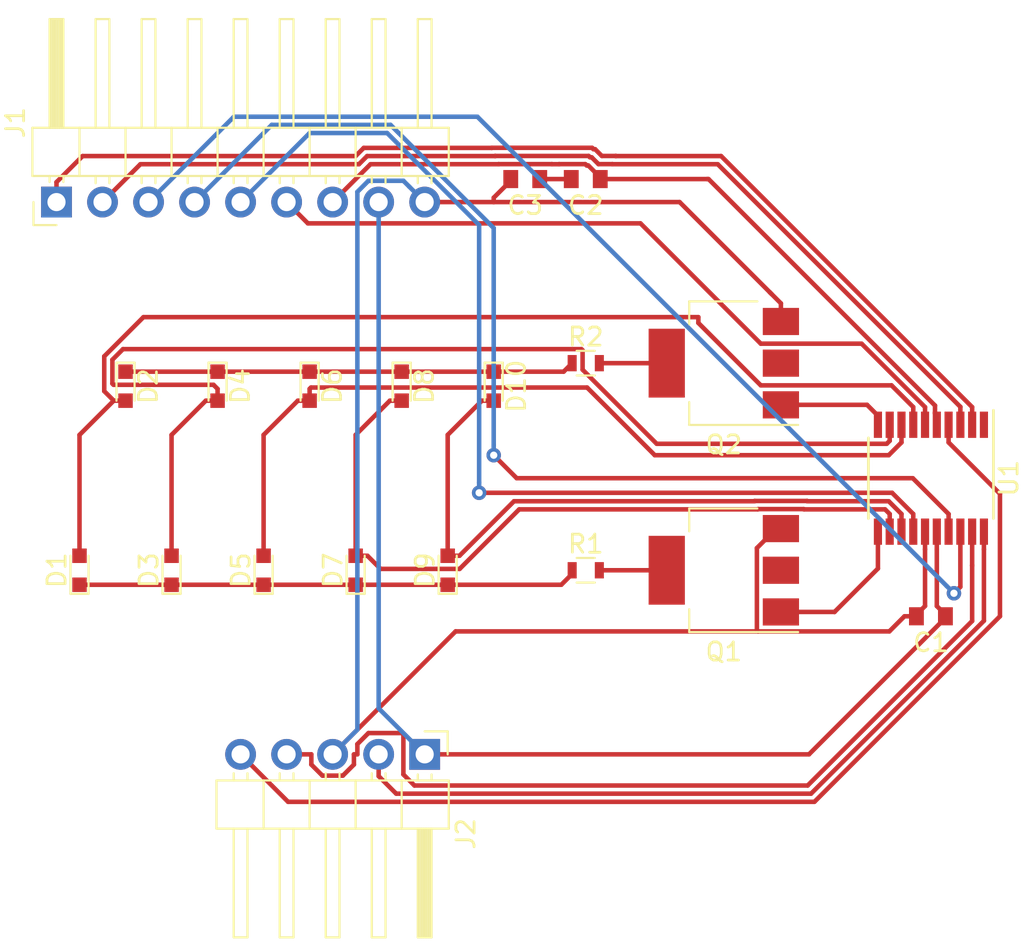
<source format=kicad_pcb>
(kicad_pcb (version 20171130) (host pcbnew "(5.0.0-rc2-dev-620-g5d71153ea)")

  (general
    (thickness 1.6)
    (drawings 0)
    (tracks 238)
    (zones 0)
    (modules 20)
    (nets 26)
  )

  (page A4)
  (layers
    (0 F.Cu signal)
    (31 B.Cu signal)
    (32 B.Adhes user)
    (33 F.Adhes user)
    (34 B.Paste user)
    (35 F.Paste user)
    (36 B.SilkS user)
    (37 F.SilkS user)
    (38 B.Mask user)
    (39 F.Mask user)
    (40 Dwgs.User user)
    (41 Cmts.User user)
    (42 Eco1.User user)
    (43 Eco2.User user)
    (44 Edge.Cuts user)
    (45 Margin user)
    (46 B.CrtYd user)
    (47 F.CrtYd user)
    (48 B.Fab user)
    (49 F.Fab user)
  )

  (setup
    (last_trace_width 0.25)
    (trace_clearance 0.2)
    (zone_clearance 0.508)
    (zone_45_only no)
    (trace_min 0.2)
    (segment_width 0.2)
    (edge_width 0.1)
    (via_size 0.8)
    (via_drill 0.4)
    (via_min_size 0.4)
    (via_min_drill 0.3)
    (uvia_size 0.3)
    (uvia_drill 0.1)
    (uvias_allowed no)
    (uvia_min_size 0.2)
    (uvia_min_drill 0.1)
    (pcb_text_width 0.3)
    (pcb_text_size 1.5 1.5)
    (mod_edge_width 0.15)
    (mod_text_size 1 1)
    (mod_text_width 0.15)
    (pad_size 1.5 1.5)
    (pad_drill 0.6)
    (pad_to_mask_clearance 0)
    (aux_axis_origin 0 0)
    (grid_origin 100.33 87.63)
    (visible_elements FFFFFF7F)
    (pcbplotparams
      (layerselection 0x010fc_ffffffff)
      (usegerberextensions false)
      (usegerberattributes false)
      (usegerberadvancedattributes false)
      (creategerberjobfile false)
      (excludeedgelayer true)
      (linewidth 0.100000)
      (plotframeref false)
      (viasonmask false)
      (mode 1)
      (useauxorigin false)
      (hpglpennumber 1)
      (hpglpenspeed 20)
      (hpglpendiameter 15)
      (psnegative false)
      (psa4output false)
      (plotreference true)
      (plotvalue true)
      (plotinvisibletext false)
      (padsonsilk false)
      (subtractmaskfromsilk false)
      (outputformat 1)
      (mirror false)
      (drillshape 1)
      (scaleselection 1)
      (outputdirectory ""))
  )

  (net 0 "")
  (net 1 /led_matrix/gnd_odd)
  (net 2 GND)
  (net 3 /led_matrix/gnd_even)
  (net 4 /led_matrix/led_01)
  (net 5 /led_matrix/led_23)
  (net 6 /led_matrix/led_45)
  (net 7 /led_matrix/led_67)
  (net 8 /led_matrix/led_89)
  (net 9 "Net-(U1-Pad1)")
  (net 10 "Net-(Q1-Pad1)")
  (net 11 "Net-(Q2-Pad1)")
  (net 12 "Net-(Q1-Pad2)")
  (net 13 "Net-(Q2-Pad2)")
  (net 14 "Net-(J2-Pad2)")
  (net 15 "Net-(J2-Pad4)")
  (net 16 "Net-(J1-Pad4)")
  (net 17 "Net-(J1-Pad5)")
  (net 18 VDD)
  (net 19 "Net-(J1-Pad3)")
  (net 20 "Net-(J1-Pad6)")
  (net 21 VDDA)
  (net 22 "Net-(J2-Pad5)")
  (net 23 "Net-(J1-Pad2)")
  (net 24 "Net-(J1-Pad1)")
  (net 25 "Net-(C2-Pad2)")

  (net_class Default "This is the default net class."
    (clearance 0.2)
    (trace_width 0.25)
    (via_dia 0.8)
    (via_drill 0.4)
    (uvia_dia 0.3)
    (uvia_drill 0.1)
    (add_net /led_matrix/gnd_even)
    (add_net /led_matrix/gnd_odd)
    (add_net /led_matrix/led_01)
    (add_net /led_matrix/led_23)
    (add_net /led_matrix/led_45)
    (add_net /led_matrix/led_67)
    (add_net /led_matrix/led_89)
    (add_net GND)
    (add_net "Net-(C2-Pad2)")
    (add_net "Net-(J1-Pad1)")
    (add_net "Net-(J1-Pad2)")
    (add_net "Net-(J1-Pad3)")
    (add_net "Net-(J1-Pad4)")
    (add_net "Net-(J1-Pad5)")
    (add_net "Net-(J1-Pad6)")
    (add_net "Net-(J2-Pad2)")
    (add_net "Net-(J2-Pad4)")
    (add_net "Net-(J2-Pad5)")
    (add_net "Net-(Q1-Pad1)")
    (add_net "Net-(Q1-Pad2)")
    (add_net "Net-(Q2-Pad1)")
    (add_net "Net-(Q2-Pad2)")
    (add_net "Net-(U1-Pad1)")
    (add_net VDD)
    (add_net VDDA)
  )

  (module Capacitor_SMD:C_0603_1608Metric (layer F.Cu) (tedit 5AC5DB74) (tstamp 5AE91A70)
    (at 148.59 95.25 180)
    (descr "Capacitor SMD 0603 (1608 Metric), square (rectangular) end terminal, IPC_7351 nominal, (Body size source: http://www.tortai-tech.com/upload/download/2011102023233369053.pdf), generated with kicad-footprint-generator")
    (tags capacitor)
    (path /5AE8E71F)
    (attr smd)
    (fp_text reference C1 (at 0 -1.45 180) (layer F.SilkS)
      (effects (font (size 1 1) (thickness 0.15)))
    )
    (fp_text value CP (at 0 1.45 180) (layer F.Fab)
      (effects (font (size 1 1) (thickness 0.15)))
    )
    (fp_line (start -0.8 0.4) (end -0.8 -0.4) (layer F.Fab) (width 0.1))
    (fp_line (start -0.8 -0.4) (end 0.8 -0.4) (layer F.Fab) (width 0.1))
    (fp_line (start 0.8 -0.4) (end 0.8 0.4) (layer F.Fab) (width 0.1))
    (fp_line (start 0.8 0.4) (end -0.8 0.4) (layer F.Fab) (width 0.1))
    (fp_line (start -1.46 0.75) (end -1.46 -0.75) (layer F.CrtYd) (width 0.05))
    (fp_line (start -1.46 -0.75) (end 1.46 -0.75) (layer F.CrtYd) (width 0.05))
    (fp_line (start 1.46 -0.75) (end 1.46 0.75) (layer F.CrtYd) (width 0.05))
    (fp_line (start 1.46 0.75) (end -1.46 0.75) (layer F.CrtYd) (width 0.05))
    (fp_text user %R (at 0 0 180) (layer F.Fab)
      (effects (font (size 0.4 0.4) (thickness 0.06)))
    )
    (pad 1 smd rect (at -0.8 0 180) (size 0.82 1) (layers F.Cu F.Paste F.Mask)
      (net 18 VDD))
    (pad 2 smd rect (at 0.8 0 180) (size 0.82 1) (layers F.Cu F.Paste F.Mask)
      (net 2 GND))
    (model ${KISYS3DMOD}/Capacitor_SMD.3dshapes/C_0603_1608Metric.wrl
      (at (xyz 0 0 0))
      (scale (xyz 1 1 1))
      (rotate (xyz 0 0 0))
    )
  )

  (module Capacitor_SMD:C_0603_1608Metric (layer F.Cu) (tedit 5AC5DB74) (tstamp 5AE91A61)
    (at 129.54 71.12 180)
    (descr "Capacitor SMD 0603 (1608 Metric), square (rectangular) end terminal, IPC_7351 nominal, (Body size source: http://www.tortai-tech.com/upload/download/2011102023233369053.pdf), generated with kicad-footprint-generator")
    (tags capacitor)
    (path /5AE8E5A1)
    (attr smd)
    (fp_text reference C2 (at 0 -1.45 180) (layer F.SilkS)
      (effects (font (size 1 1) (thickness 0.15)))
    )
    (fp_text value CP (at 0 1.45 180) (layer F.Fab)
      (effects (font (size 1 1) (thickness 0.15)))
    )
    (fp_text user %R (at 0 0 180) (layer F.Fab)
      (effects (font (size 0.4 0.4) (thickness 0.06)))
    )
    (fp_line (start 1.46 0.75) (end -1.46 0.75) (layer F.CrtYd) (width 0.05))
    (fp_line (start 1.46 -0.75) (end 1.46 0.75) (layer F.CrtYd) (width 0.05))
    (fp_line (start -1.46 -0.75) (end 1.46 -0.75) (layer F.CrtYd) (width 0.05))
    (fp_line (start -1.46 0.75) (end -1.46 -0.75) (layer F.CrtYd) (width 0.05))
    (fp_line (start 0.8 0.4) (end -0.8 0.4) (layer F.Fab) (width 0.1))
    (fp_line (start 0.8 -0.4) (end 0.8 0.4) (layer F.Fab) (width 0.1))
    (fp_line (start -0.8 -0.4) (end 0.8 -0.4) (layer F.Fab) (width 0.1))
    (fp_line (start -0.8 0.4) (end -0.8 -0.4) (layer F.Fab) (width 0.1))
    (pad 2 smd rect (at 0.8 0 180) (size 0.82 1) (layers F.Cu F.Paste F.Mask)
      (net 25 "Net-(C2-Pad2)"))
    (pad 1 smd rect (at -0.8 0 180) (size 0.82 1) (layers F.Cu F.Paste F.Mask)
      (net 21 VDDA))
    (model ${KISYS3DMOD}/Capacitor_SMD.3dshapes/C_0603_1608Metric.wrl
      (at (xyz 0 0 0))
      (scale (xyz 1 1 1))
      (rotate (xyz 0 0 0))
    )
  )

  (module Capacitor_SMD:C_0603_1608Metric (layer F.Cu) (tedit 5AC5DB74) (tstamp 5AE91A52)
    (at 126.2 71.12 180)
    (descr "Capacitor SMD 0603 (1608 Metric), square (rectangular) end terminal, IPC_7351 nominal, (Body size source: http://www.tortai-tech.com/upload/download/2011102023233369053.pdf), generated with kicad-footprint-generator")
    (tags capacitor)
    (path /5AE8E65E)
    (attr smd)
    (fp_text reference C3 (at 0 -1.45 180) (layer F.SilkS)
      (effects (font (size 1 1) (thickness 0.15)))
    )
    (fp_text value CP (at 0 1.45 180) (layer F.Fab)
      (effects (font (size 1 1) (thickness 0.15)))
    )
    (fp_line (start -0.8 0.4) (end -0.8 -0.4) (layer F.Fab) (width 0.1))
    (fp_line (start -0.8 -0.4) (end 0.8 -0.4) (layer F.Fab) (width 0.1))
    (fp_line (start 0.8 -0.4) (end 0.8 0.4) (layer F.Fab) (width 0.1))
    (fp_line (start 0.8 0.4) (end -0.8 0.4) (layer F.Fab) (width 0.1))
    (fp_line (start -1.46 0.75) (end -1.46 -0.75) (layer F.CrtYd) (width 0.05))
    (fp_line (start -1.46 -0.75) (end 1.46 -0.75) (layer F.CrtYd) (width 0.05))
    (fp_line (start 1.46 -0.75) (end 1.46 0.75) (layer F.CrtYd) (width 0.05))
    (fp_line (start 1.46 0.75) (end -1.46 0.75) (layer F.CrtYd) (width 0.05))
    (fp_text user %R (at 0 0 180) (layer F.Fab)
      (effects (font (size 0.4 0.4) (thickness 0.06)))
    )
    (pad 1 smd rect (at -0.8 0 180) (size 0.82 1) (layers F.Cu F.Paste F.Mask)
      (net 25 "Net-(C2-Pad2)"))
    (pad 2 smd rect (at 0.8 0 180) (size 0.82 1) (layers F.Cu F.Paste F.Mask)
      (net 2 GND))
    (model ${KISYS3DMOD}/Capacitor_SMD.3dshapes/C_0603_1608Metric.wrl
      (at (xyz 0 0 0))
      (scale (xyz 1 1 1))
      (rotate (xyz 0 0 0))
    )
  )

  (module Connector_PinHeader_2.54mm:PinHeader_1x05_P2.54mm_Horizontal (layer F.Cu) (tedit 59FED5CB) (tstamp 5AE91A43)
    (at 120.65 102.87 270)
    (descr "Through hole angled pin header, 1x05, 2.54mm pitch, 6mm pin length, single row")
    (tags "Through hole angled pin header THT 1x05 2.54mm single row")
    (path /5AE7B4F9)
    (fp_text reference J2 (at 4.385 -2.27 270) (layer F.SilkS)
      (effects (font (size 1 1) (thickness 0.15)))
    )
    (fp_text value STM32_SWD (at 4.385 12.43 270) (layer F.Fab)
      (effects (font (size 1 1) (thickness 0.15)))
    )
    (fp_text user %R (at 2.77 5.08) (layer F.Fab)
      (effects (font (size 1 1) (thickness 0.15)))
    )
    (fp_line (start 10.55 -1.8) (end -1.8 -1.8) (layer F.CrtYd) (width 0.05))
    (fp_line (start 10.55 11.95) (end 10.55 -1.8) (layer F.CrtYd) (width 0.05))
    (fp_line (start -1.8 11.95) (end 10.55 11.95) (layer F.CrtYd) (width 0.05))
    (fp_line (start -1.8 -1.8) (end -1.8 11.95) (layer F.CrtYd) (width 0.05))
    (fp_line (start -1.27 -1.27) (end 0 -1.27) (layer F.SilkS) (width 0.12))
    (fp_line (start -1.27 0) (end -1.27 -1.27) (layer F.SilkS) (width 0.12))
    (fp_line (start 1.042929 10.54) (end 1.44 10.54) (layer F.SilkS) (width 0.12))
    (fp_line (start 1.042929 9.78) (end 1.44 9.78) (layer F.SilkS) (width 0.12))
    (fp_line (start 10.1 10.54) (end 4.1 10.54) (layer F.SilkS) (width 0.12))
    (fp_line (start 10.1 9.78) (end 10.1 10.54) (layer F.SilkS) (width 0.12))
    (fp_line (start 4.1 9.78) (end 10.1 9.78) (layer F.SilkS) (width 0.12))
    (fp_line (start 1.44 8.89) (end 4.1 8.89) (layer F.SilkS) (width 0.12))
    (fp_line (start 1.042929 8) (end 1.44 8) (layer F.SilkS) (width 0.12))
    (fp_line (start 1.042929 7.24) (end 1.44 7.24) (layer F.SilkS) (width 0.12))
    (fp_line (start 10.1 8) (end 4.1 8) (layer F.SilkS) (width 0.12))
    (fp_line (start 10.1 7.24) (end 10.1 8) (layer F.SilkS) (width 0.12))
    (fp_line (start 4.1 7.24) (end 10.1 7.24) (layer F.SilkS) (width 0.12))
    (fp_line (start 1.44 6.35) (end 4.1 6.35) (layer F.SilkS) (width 0.12))
    (fp_line (start 1.042929 5.46) (end 1.44 5.46) (layer F.SilkS) (width 0.12))
    (fp_line (start 1.042929 4.7) (end 1.44 4.7) (layer F.SilkS) (width 0.12))
    (fp_line (start 10.1 5.46) (end 4.1 5.46) (layer F.SilkS) (width 0.12))
    (fp_line (start 10.1 4.7) (end 10.1 5.46) (layer F.SilkS) (width 0.12))
    (fp_line (start 4.1 4.7) (end 10.1 4.7) (layer F.SilkS) (width 0.12))
    (fp_line (start 1.44 3.81) (end 4.1 3.81) (layer F.SilkS) (width 0.12))
    (fp_line (start 1.042929 2.92) (end 1.44 2.92) (layer F.SilkS) (width 0.12))
    (fp_line (start 1.042929 2.16) (end 1.44 2.16) (layer F.SilkS) (width 0.12))
    (fp_line (start 10.1 2.92) (end 4.1 2.92) (layer F.SilkS) (width 0.12))
    (fp_line (start 10.1 2.16) (end 10.1 2.92) (layer F.SilkS) (width 0.12))
    (fp_line (start 4.1 2.16) (end 10.1 2.16) (layer F.SilkS) (width 0.12))
    (fp_line (start 1.44 1.27) (end 4.1 1.27) (layer F.SilkS) (width 0.12))
    (fp_line (start 1.11 0.38) (end 1.44 0.38) (layer F.SilkS) (width 0.12))
    (fp_line (start 1.11 -0.38) (end 1.44 -0.38) (layer F.SilkS) (width 0.12))
    (fp_line (start 4.1 0.28) (end 10.1 0.28) (layer F.SilkS) (width 0.12))
    (fp_line (start 4.1 0.16) (end 10.1 0.16) (layer F.SilkS) (width 0.12))
    (fp_line (start 4.1 0.04) (end 10.1 0.04) (layer F.SilkS) (width 0.12))
    (fp_line (start 4.1 -0.08) (end 10.1 -0.08) (layer F.SilkS) (width 0.12))
    (fp_line (start 4.1 -0.2) (end 10.1 -0.2) (layer F.SilkS) (width 0.12))
    (fp_line (start 4.1 -0.32) (end 10.1 -0.32) (layer F.SilkS) (width 0.12))
    (fp_line (start 10.1 0.38) (end 4.1 0.38) (layer F.SilkS) (width 0.12))
    (fp_line (start 10.1 -0.38) (end 10.1 0.38) (layer F.SilkS) (width 0.12))
    (fp_line (start 4.1 -0.38) (end 10.1 -0.38) (layer F.SilkS) (width 0.12))
    (fp_line (start 4.1 -1.33) (end 1.44 -1.33) (layer F.SilkS) (width 0.12))
    (fp_line (start 4.1 11.49) (end 4.1 -1.33) (layer F.SilkS) (width 0.12))
    (fp_line (start 1.44 11.49) (end 4.1 11.49) (layer F.SilkS) (width 0.12))
    (fp_line (start 1.44 -1.33) (end 1.44 11.49) (layer F.SilkS) (width 0.12))
    (fp_line (start 4.04 10.48) (end 10.04 10.48) (layer F.Fab) (width 0.1))
    (fp_line (start 10.04 9.84) (end 10.04 10.48) (layer F.Fab) (width 0.1))
    (fp_line (start 4.04 9.84) (end 10.04 9.84) (layer F.Fab) (width 0.1))
    (fp_line (start -0.32 10.48) (end 1.5 10.48) (layer F.Fab) (width 0.1))
    (fp_line (start -0.32 9.84) (end -0.32 10.48) (layer F.Fab) (width 0.1))
    (fp_line (start -0.32 9.84) (end 1.5 9.84) (layer F.Fab) (width 0.1))
    (fp_line (start 4.04 7.94) (end 10.04 7.94) (layer F.Fab) (width 0.1))
    (fp_line (start 10.04 7.3) (end 10.04 7.94) (layer F.Fab) (width 0.1))
    (fp_line (start 4.04 7.3) (end 10.04 7.3) (layer F.Fab) (width 0.1))
    (fp_line (start -0.32 7.94) (end 1.5 7.94) (layer F.Fab) (width 0.1))
    (fp_line (start -0.32 7.3) (end -0.32 7.94) (layer F.Fab) (width 0.1))
    (fp_line (start -0.32 7.3) (end 1.5 7.3) (layer F.Fab) (width 0.1))
    (fp_line (start 4.04 5.4) (end 10.04 5.4) (layer F.Fab) (width 0.1))
    (fp_line (start 10.04 4.76) (end 10.04 5.4) (layer F.Fab) (width 0.1))
    (fp_line (start 4.04 4.76) (end 10.04 4.76) (layer F.Fab) (width 0.1))
    (fp_line (start -0.32 5.4) (end 1.5 5.4) (layer F.Fab) (width 0.1))
    (fp_line (start -0.32 4.76) (end -0.32 5.4) (layer F.Fab) (width 0.1))
    (fp_line (start -0.32 4.76) (end 1.5 4.76) (layer F.Fab) (width 0.1))
    (fp_line (start 4.04 2.86) (end 10.04 2.86) (layer F.Fab) (width 0.1))
    (fp_line (start 10.04 2.22) (end 10.04 2.86) (layer F.Fab) (width 0.1))
    (fp_line (start 4.04 2.22) (end 10.04 2.22) (layer F.Fab) (width 0.1))
    (fp_line (start -0.32 2.86) (end 1.5 2.86) (layer F.Fab) (width 0.1))
    (fp_line (start -0.32 2.22) (end -0.32 2.86) (layer F.Fab) (width 0.1))
    (fp_line (start -0.32 2.22) (end 1.5 2.22) (layer F.Fab) (width 0.1))
    (fp_line (start 4.04 0.32) (end 10.04 0.32) (layer F.Fab) (width 0.1))
    (fp_line (start 10.04 -0.32) (end 10.04 0.32) (layer F.Fab) (width 0.1))
    (fp_line (start 4.04 -0.32) (end 10.04 -0.32) (layer F.Fab) (width 0.1))
    (fp_line (start -0.32 0.32) (end 1.5 0.32) (layer F.Fab) (width 0.1))
    (fp_line (start -0.32 -0.32) (end -0.32 0.32) (layer F.Fab) (width 0.1))
    (fp_line (start -0.32 -0.32) (end 1.5 -0.32) (layer F.Fab) (width 0.1))
    (fp_line (start 1.5 -0.635) (end 2.135 -1.27) (layer F.Fab) (width 0.1))
    (fp_line (start 1.5 11.43) (end 1.5 -0.635) (layer F.Fab) (width 0.1))
    (fp_line (start 4.04 11.43) (end 1.5 11.43) (layer F.Fab) (width 0.1))
    (fp_line (start 4.04 -1.27) (end 4.04 11.43) (layer F.Fab) (width 0.1))
    (fp_line (start 2.135 -1.27) (end 4.04 -1.27) (layer F.Fab) (width 0.1))
    (pad 5 thru_hole oval (at 0 10.16 270) (size 1.7 1.7) (drill 1) (layers *.Cu *.Mask)
      (net 22 "Net-(J2-Pad5)"))
    (pad 4 thru_hole oval (at 0 7.62 270) (size 1.7 1.7) (drill 1) (layers *.Cu *.Mask)
      (net 15 "Net-(J2-Pad4)"))
    (pad 3 thru_hole oval (at 0 5.08 270) (size 1.7 1.7) (drill 1) (layers *.Cu *.Mask)
      (net 2 GND))
    (pad 2 thru_hole oval (at 0 2.54 270) (size 1.7 1.7) (drill 1) (layers *.Cu *.Mask)
      (net 14 "Net-(J2-Pad2)"))
    (pad 1 thru_hole rect (at 0 0 270) (size 1.7 1.7) (drill 1) (layers *.Cu *.Mask)
      (net 18 VDD))
    (model ${KISYS3DMOD}/Connector_PinHeader_2.54mm.3dshapes/PinHeader_1x05_P2.54mm_Horizontal.wrl
      (at (xyz 0 0 0))
      (scale (xyz 1 1 1))
      (rotate (xyz 0 0 0))
    )
  )

  (module Connector_PinHeader_2.54mm:PinHeader_1x09_P2.54mm_Horizontal (layer F.Cu) (tedit 59FED5CB) (tstamp 5AE919E9)
    (at 100.33 72.39 90)
    (descr "Through hole angled pin header, 1x09, 2.54mm pitch, 6mm pin length, single row")
    (tags "Through hole angled pin header THT 1x09 2.54mm single row")
    (path /5AE9A515)
    (fp_text reference J1 (at 4.385 -2.27 90) (layer F.SilkS)
      (effects (font (size 1 1) (thickness 0.15)))
    )
    (fp_text value Conn_01x09_Male (at 4.385 22.59 90) (layer F.Fab)
      (effects (font (size 1 1) (thickness 0.15)))
    )
    (fp_line (start 2.135 -1.27) (end 4.04 -1.27) (layer F.Fab) (width 0.1))
    (fp_line (start 4.04 -1.27) (end 4.04 21.59) (layer F.Fab) (width 0.1))
    (fp_line (start 4.04 21.59) (end 1.5 21.59) (layer F.Fab) (width 0.1))
    (fp_line (start 1.5 21.59) (end 1.5 -0.635) (layer F.Fab) (width 0.1))
    (fp_line (start 1.5 -0.635) (end 2.135 -1.27) (layer F.Fab) (width 0.1))
    (fp_line (start -0.32 -0.32) (end 1.5 -0.32) (layer F.Fab) (width 0.1))
    (fp_line (start -0.32 -0.32) (end -0.32 0.32) (layer F.Fab) (width 0.1))
    (fp_line (start -0.32 0.32) (end 1.5 0.32) (layer F.Fab) (width 0.1))
    (fp_line (start 4.04 -0.32) (end 10.04 -0.32) (layer F.Fab) (width 0.1))
    (fp_line (start 10.04 -0.32) (end 10.04 0.32) (layer F.Fab) (width 0.1))
    (fp_line (start 4.04 0.32) (end 10.04 0.32) (layer F.Fab) (width 0.1))
    (fp_line (start -0.32 2.22) (end 1.5 2.22) (layer F.Fab) (width 0.1))
    (fp_line (start -0.32 2.22) (end -0.32 2.86) (layer F.Fab) (width 0.1))
    (fp_line (start -0.32 2.86) (end 1.5 2.86) (layer F.Fab) (width 0.1))
    (fp_line (start 4.04 2.22) (end 10.04 2.22) (layer F.Fab) (width 0.1))
    (fp_line (start 10.04 2.22) (end 10.04 2.86) (layer F.Fab) (width 0.1))
    (fp_line (start 4.04 2.86) (end 10.04 2.86) (layer F.Fab) (width 0.1))
    (fp_line (start -0.32 4.76) (end 1.5 4.76) (layer F.Fab) (width 0.1))
    (fp_line (start -0.32 4.76) (end -0.32 5.4) (layer F.Fab) (width 0.1))
    (fp_line (start -0.32 5.4) (end 1.5 5.4) (layer F.Fab) (width 0.1))
    (fp_line (start 4.04 4.76) (end 10.04 4.76) (layer F.Fab) (width 0.1))
    (fp_line (start 10.04 4.76) (end 10.04 5.4) (layer F.Fab) (width 0.1))
    (fp_line (start 4.04 5.4) (end 10.04 5.4) (layer F.Fab) (width 0.1))
    (fp_line (start -0.32 7.3) (end 1.5 7.3) (layer F.Fab) (width 0.1))
    (fp_line (start -0.32 7.3) (end -0.32 7.94) (layer F.Fab) (width 0.1))
    (fp_line (start -0.32 7.94) (end 1.5 7.94) (layer F.Fab) (width 0.1))
    (fp_line (start 4.04 7.3) (end 10.04 7.3) (layer F.Fab) (width 0.1))
    (fp_line (start 10.04 7.3) (end 10.04 7.94) (layer F.Fab) (width 0.1))
    (fp_line (start 4.04 7.94) (end 10.04 7.94) (layer F.Fab) (width 0.1))
    (fp_line (start -0.32 9.84) (end 1.5 9.84) (layer F.Fab) (width 0.1))
    (fp_line (start -0.32 9.84) (end -0.32 10.48) (layer F.Fab) (width 0.1))
    (fp_line (start -0.32 10.48) (end 1.5 10.48) (layer F.Fab) (width 0.1))
    (fp_line (start 4.04 9.84) (end 10.04 9.84) (layer F.Fab) (width 0.1))
    (fp_line (start 10.04 9.84) (end 10.04 10.48) (layer F.Fab) (width 0.1))
    (fp_line (start 4.04 10.48) (end 10.04 10.48) (layer F.Fab) (width 0.1))
    (fp_line (start -0.32 12.38) (end 1.5 12.38) (layer F.Fab) (width 0.1))
    (fp_line (start -0.32 12.38) (end -0.32 13.02) (layer F.Fab) (width 0.1))
    (fp_line (start -0.32 13.02) (end 1.5 13.02) (layer F.Fab) (width 0.1))
    (fp_line (start 4.04 12.38) (end 10.04 12.38) (layer F.Fab) (width 0.1))
    (fp_line (start 10.04 12.38) (end 10.04 13.02) (layer F.Fab) (width 0.1))
    (fp_line (start 4.04 13.02) (end 10.04 13.02) (layer F.Fab) (width 0.1))
    (fp_line (start -0.32 14.92) (end 1.5 14.92) (layer F.Fab) (width 0.1))
    (fp_line (start -0.32 14.92) (end -0.32 15.56) (layer F.Fab) (width 0.1))
    (fp_line (start -0.32 15.56) (end 1.5 15.56) (layer F.Fab) (width 0.1))
    (fp_line (start 4.04 14.92) (end 10.04 14.92) (layer F.Fab) (width 0.1))
    (fp_line (start 10.04 14.92) (end 10.04 15.56) (layer F.Fab) (width 0.1))
    (fp_line (start 4.04 15.56) (end 10.04 15.56) (layer F.Fab) (width 0.1))
    (fp_line (start -0.32 17.46) (end 1.5 17.46) (layer F.Fab) (width 0.1))
    (fp_line (start -0.32 17.46) (end -0.32 18.1) (layer F.Fab) (width 0.1))
    (fp_line (start -0.32 18.1) (end 1.5 18.1) (layer F.Fab) (width 0.1))
    (fp_line (start 4.04 17.46) (end 10.04 17.46) (layer F.Fab) (width 0.1))
    (fp_line (start 10.04 17.46) (end 10.04 18.1) (layer F.Fab) (width 0.1))
    (fp_line (start 4.04 18.1) (end 10.04 18.1) (layer F.Fab) (width 0.1))
    (fp_line (start -0.32 20) (end 1.5 20) (layer F.Fab) (width 0.1))
    (fp_line (start -0.32 20) (end -0.32 20.64) (layer F.Fab) (width 0.1))
    (fp_line (start -0.32 20.64) (end 1.5 20.64) (layer F.Fab) (width 0.1))
    (fp_line (start 4.04 20) (end 10.04 20) (layer F.Fab) (width 0.1))
    (fp_line (start 10.04 20) (end 10.04 20.64) (layer F.Fab) (width 0.1))
    (fp_line (start 4.04 20.64) (end 10.04 20.64) (layer F.Fab) (width 0.1))
    (fp_line (start 1.44 -1.33) (end 1.44 21.65) (layer F.SilkS) (width 0.12))
    (fp_line (start 1.44 21.65) (end 4.1 21.65) (layer F.SilkS) (width 0.12))
    (fp_line (start 4.1 21.65) (end 4.1 -1.33) (layer F.SilkS) (width 0.12))
    (fp_line (start 4.1 -1.33) (end 1.44 -1.33) (layer F.SilkS) (width 0.12))
    (fp_line (start 4.1 -0.38) (end 10.1 -0.38) (layer F.SilkS) (width 0.12))
    (fp_line (start 10.1 -0.38) (end 10.1 0.38) (layer F.SilkS) (width 0.12))
    (fp_line (start 10.1 0.38) (end 4.1 0.38) (layer F.SilkS) (width 0.12))
    (fp_line (start 4.1 -0.32) (end 10.1 -0.32) (layer F.SilkS) (width 0.12))
    (fp_line (start 4.1 -0.2) (end 10.1 -0.2) (layer F.SilkS) (width 0.12))
    (fp_line (start 4.1 -0.08) (end 10.1 -0.08) (layer F.SilkS) (width 0.12))
    (fp_line (start 4.1 0.04) (end 10.1 0.04) (layer F.SilkS) (width 0.12))
    (fp_line (start 4.1 0.16) (end 10.1 0.16) (layer F.SilkS) (width 0.12))
    (fp_line (start 4.1 0.28) (end 10.1 0.28) (layer F.SilkS) (width 0.12))
    (fp_line (start 1.11 -0.38) (end 1.44 -0.38) (layer F.SilkS) (width 0.12))
    (fp_line (start 1.11 0.38) (end 1.44 0.38) (layer F.SilkS) (width 0.12))
    (fp_line (start 1.44 1.27) (end 4.1 1.27) (layer F.SilkS) (width 0.12))
    (fp_line (start 4.1 2.16) (end 10.1 2.16) (layer F.SilkS) (width 0.12))
    (fp_line (start 10.1 2.16) (end 10.1 2.92) (layer F.SilkS) (width 0.12))
    (fp_line (start 10.1 2.92) (end 4.1 2.92) (layer F.SilkS) (width 0.12))
    (fp_line (start 1.042929 2.16) (end 1.44 2.16) (layer F.SilkS) (width 0.12))
    (fp_line (start 1.042929 2.92) (end 1.44 2.92) (layer F.SilkS) (width 0.12))
    (fp_line (start 1.44 3.81) (end 4.1 3.81) (layer F.SilkS) (width 0.12))
    (fp_line (start 4.1 4.7) (end 10.1 4.7) (layer F.SilkS) (width 0.12))
    (fp_line (start 10.1 4.7) (end 10.1 5.46) (layer F.SilkS) (width 0.12))
    (fp_line (start 10.1 5.46) (end 4.1 5.46) (layer F.SilkS) (width 0.12))
    (fp_line (start 1.042929 4.7) (end 1.44 4.7) (layer F.SilkS) (width 0.12))
    (fp_line (start 1.042929 5.46) (end 1.44 5.46) (layer F.SilkS) (width 0.12))
    (fp_line (start 1.44 6.35) (end 4.1 6.35) (layer F.SilkS) (width 0.12))
    (fp_line (start 4.1 7.24) (end 10.1 7.24) (layer F.SilkS) (width 0.12))
    (fp_line (start 10.1 7.24) (end 10.1 8) (layer F.SilkS) (width 0.12))
    (fp_line (start 10.1 8) (end 4.1 8) (layer F.SilkS) (width 0.12))
    (fp_line (start 1.042929 7.24) (end 1.44 7.24) (layer F.SilkS) (width 0.12))
    (fp_line (start 1.042929 8) (end 1.44 8) (layer F.SilkS) (width 0.12))
    (fp_line (start 1.44 8.89) (end 4.1 8.89) (layer F.SilkS) (width 0.12))
    (fp_line (start 4.1 9.78) (end 10.1 9.78) (layer F.SilkS) (width 0.12))
    (fp_line (start 10.1 9.78) (end 10.1 10.54) (layer F.SilkS) (width 0.12))
    (fp_line (start 10.1 10.54) (end 4.1 10.54) (layer F.SilkS) (width 0.12))
    (fp_line (start 1.042929 9.78) (end 1.44 9.78) (layer F.SilkS) (width 0.12))
    (fp_line (start 1.042929 10.54) (end 1.44 10.54) (layer F.SilkS) (width 0.12))
    (fp_line (start 1.44 11.43) (end 4.1 11.43) (layer F.SilkS) (width 0.12))
    (fp_line (start 4.1 12.32) (end 10.1 12.32) (layer F.SilkS) (width 0.12))
    (fp_line (start 10.1 12.32) (end 10.1 13.08) (layer F.SilkS) (width 0.12))
    (fp_line (start 10.1 13.08) (end 4.1 13.08) (layer F.SilkS) (width 0.12))
    (fp_line (start 1.042929 12.32) (end 1.44 12.32) (layer F.SilkS) (width 0.12))
    (fp_line (start 1.042929 13.08) (end 1.44 13.08) (layer F.SilkS) (width 0.12))
    (fp_line (start 1.44 13.97) (end 4.1 13.97) (layer F.SilkS) (width 0.12))
    (fp_line (start 4.1 14.86) (end 10.1 14.86) (layer F.SilkS) (width 0.12))
    (fp_line (start 10.1 14.86) (end 10.1 15.62) (layer F.SilkS) (width 0.12))
    (fp_line (start 10.1 15.62) (end 4.1 15.62) (layer F.SilkS) (width 0.12))
    (fp_line (start 1.042929 14.86) (end 1.44 14.86) (layer F.SilkS) (width 0.12))
    (fp_line (start 1.042929 15.62) (end 1.44 15.62) (layer F.SilkS) (width 0.12))
    (fp_line (start 1.44 16.51) (end 4.1 16.51) (layer F.SilkS) (width 0.12))
    (fp_line (start 4.1 17.4) (end 10.1 17.4) (layer F.SilkS) (width 0.12))
    (fp_line (start 10.1 17.4) (end 10.1 18.16) (layer F.SilkS) (width 0.12))
    (fp_line (start 10.1 18.16) (end 4.1 18.16) (layer F.SilkS) (width 0.12))
    (fp_line (start 1.042929 17.4) (end 1.44 17.4) (layer F.SilkS) (width 0.12))
    (fp_line (start 1.042929 18.16) (end 1.44 18.16) (layer F.SilkS) (width 0.12))
    (fp_line (start 1.44 19.05) (end 4.1 19.05) (layer F.SilkS) (width 0.12))
    (fp_line (start 4.1 19.94) (end 10.1 19.94) (layer F.SilkS) (width 0.12))
    (fp_line (start 10.1 19.94) (end 10.1 20.7) (layer F.SilkS) (width 0.12))
    (fp_line (start 10.1 20.7) (end 4.1 20.7) (layer F.SilkS) (width 0.12))
    (fp_line (start 1.042929 19.94) (end 1.44 19.94) (layer F.SilkS) (width 0.12))
    (fp_line (start 1.042929 20.7) (end 1.44 20.7) (layer F.SilkS) (width 0.12))
    (fp_line (start -1.27 0) (end -1.27 -1.27) (layer F.SilkS) (width 0.12))
    (fp_line (start -1.27 -1.27) (end 0 -1.27) (layer F.SilkS) (width 0.12))
    (fp_line (start -1.8 -1.8) (end -1.8 22.1) (layer F.CrtYd) (width 0.05))
    (fp_line (start -1.8 22.1) (end 10.55 22.1) (layer F.CrtYd) (width 0.05))
    (fp_line (start 10.55 22.1) (end 10.55 -1.8) (layer F.CrtYd) (width 0.05))
    (fp_line (start 10.55 -1.8) (end -1.8 -1.8) (layer F.CrtYd) (width 0.05))
    (fp_text user %R (at 2.77 10.16 180) (layer F.Fab)
      (effects (font (size 1 1) (thickness 0.15)))
    )
    (pad 1 thru_hole rect (at 0 0 90) (size 1.7 1.7) (drill 1) (layers *.Cu *.Mask)
      (net 24 "Net-(J1-Pad1)"))
    (pad 2 thru_hole oval (at 0 2.54 90) (size 1.7 1.7) (drill 1) (layers *.Cu *.Mask)
      (net 23 "Net-(J1-Pad2)"))
    (pad 3 thru_hole oval (at 0 5.08 90) (size 1.7 1.7) (drill 1) (layers *.Cu *.Mask)
      (net 19 "Net-(J1-Pad3)"))
    (pad 4 thru_hole oval (at 0 7.62 90) (size 1.7 1.7) (drill 1) (layers *.Cu *.Mask)
      (net 16 "Net-(J1-Pad4)"))
    (pad 5 thru_hole oval (at 0 10.16 90) (size 1.7 1.7) (drill 1) (layers *.Cu *.Mask)
      (net 17 "Net-(J1-Pad5)"))
    (pad 6 thru_hole oval (at 0 12.7 90) (size 1.7 1.7) (drill 1) (layers *.Cu *.Mask)
      (net 20 "Net-(J1-Pad6)"))
    (pad 7 thru_hole oval (at 0 15.24 90) (size 1.7 1.7) (drill 1) (layers *.Cu *.Mask)
      (net 21 VDDA))
    (pad 8 thru_hole oval (at 0 17.78 90) (size 1.7 1.7) (drill 1) (layers *.Cu *.Mask)
      (net 18 VDD))
    (pad 9 thru_hole oval (at 0 20.32 90) (size 1.7 1.7) (drill 1) (layers *.Cu *.Mask)
      (net 2 GND))
    (model ${KISYS3DMOD}/Connector_PinHeader_2.54mm.3dshapes/PinHeader_1x09_P2.54mm_Horizontal.wrl
      (at (xyz 0 0 0))
      (scale (xyz 1 1 1))
      (rotate (xyz 0 0 0))
    )
  )

  (module Resistors_SMD:R_0603 (layer F.Cu) (tedit 58E0A804) (tstamp 5AE91731)
    (at 129.54 81.28)
    (descr "Resistor SMD 0603, reflow soldering, Vishay (see dcrcw.pdf)")
    (tags "resistor 0603")
    (path /5AE7A758)
    (attr smd)
    (fp_text reference R2 (at 0 -1.45) (layer F.SilkS)
      (effects (font (size 1 1) (thickness 0.15)))
    )
    (fp_text value 100 (at 0 1.5) (layer F.Fab)
      (effects (font (size 1 1) (thickness 0.15)))
    )
    (fp_text user %R (at 0 0) (layer F.Fab)
      (effects (font (size 0.4 0.4) (thickness 0.075)))
    )
    (fp_line (start -0.8 0.4) (end -0.8 -0.4) (layer F.Fab) (width 0.1))
    (fp_line (start 0.8 0.4) (end -0.8 0.4) (layer F.Fab) (width 0.1))
    (fp_line (start 0.8 -0.4) (end 0.8 0.4) (layer F.Fab) (width 0.1))
    (fp_line (start -0.8 -0.4) (end 0.8 -0.4) (layer F.Fab) (width 0.1))
    (fp_line (start 0.5 0.68) (end -0.5 0.68) (layer F.SilkS) (width 0.12))
    (fp_line (start -0.5 -0.68) (end 0.5 -0.68) (layer F.SilkS) (width 0.12))
    (fp_line (start -1.25 -0.7) (end 1.25 -0.7) (layer F.CrtYd) (width 0.05))
    (fp_line (start -1.25 -0.7) (end -1.25 0.7) (layer F.CrtYd) (width 0.05))
    (fp_line (start 1.25 0.7) (end 1.25 -0.7) (layer F.CrtYd) (width 0.05))
    (fp_line (start 1.25 0.7) (end -1.25 0.7) (layer F.CrtYd) (width 0.05))
    (pad 1 smd rect (at -0.75 0) (size 0.5 0.9) (layers F.Cu F.Paste F.Mask)
      (net 3 /led_matrix/gnd_even))
    (pad 2 smd rect (at 0.75 0) (size 0.5 0.9) (layers F.Cu F.Paste F.Mask)
      (net 13 "Net-(Q2-Pad2)"))
    (model ${KISYS3DMOD}/Resistors_SMD.3dshapes/R_0603.wrl
      (at (xyz 0 0 0))
      (scale (xyz 1 1 1))
      (rotate (xyz 0 0 0))
    )
  )

  (module Resistors_SMD:R_0603 (layer F.Cu) (tedit 58E0A804) (tstamp 5AE91720)
    (at 129.54 92.71)
    (descr "Resistor SMD 0603, reflow soldering, Vishay (see dcrcw.pdf)")
    (tags "resistor 0603")
    (path /5AE79FB7)
    (attr smd)
    (fp_text reference R1 (at 0 -1.45) (layer F.SilkS)
      (effects (font (size 1 1) (thickness 0.15)))
    )
    (fp_text value 100 (at 0 1.5) (layer F.Fab)
      (effects (font (size 1 1) (thickness 0.15)))
    )
    (fp_line (start 1.25 0.7) (end -1.25 0.7) (layer F.CrtYd) (width 0.05))
    (fp_line (start 1.25 0.7) (end 1.25 -0.7) (layer F.CrtYd) (width 0.05))
    (fp_line (start -1.25 -0.7) (end -1.25 0.7) (layer F.CrtYd) (width 0.05))
    (fp_line (start -1.25 -0.7) (end 1.25 -0.7) (layer F.CrtYd) (width 0.05))
    (fp_line (start -0.5 -0.68) (end 0.5 -0.68) (layer F.SilkS) (width 0.12))
    (fp_line (start 0.5 0.68) (end -0.5 0.68) (layer F.SilkS) (width 0.12))
    (fp_line (start -0.8 -0.4) (end 0.8 -0.4) (layer F.Fab) (width 0.1))
    (fp_line (start 0.8 -0.4) (end 0.8 0.4) (layer F.Fab) (width 0.1))
    (fp_line (start 0.8 0.4) (end -0.8 0.4) (layer F.Fab) (width 0.1))
    (fp_line (start -0.8 0.4) (end -0.8 -0.4) (layer F.Fab) (width 0.1))
    (fp_text user %R (at 0 0) (layer F.Fab)
      (effects (font (size 0.4 0.4) (thickness 0.075)))
    )
    (pad 2 smd rect (at 0.75 0) (size 0.5 0.9) (layers F.Cu F.Paste F.Mask)
      (net 12 "Net-(Q1-Pad2)"))
    (pad 1 smd rect (at -0.75 0) (size 0.5 0.9) (layers F.Cu F.Paste F.Mask)
      (net 1 /led_matrix/gnd_odd))
    (model ${KISYS3DMOD}/Resistors_SMD.3dshapes/R_0603.wrl
      (at (xyz 0 0 0))
      (scale (xyz 1 1 1))
      (rotate (xyz 0 0 0))
    )
  )

  (module Housings_SSOP:TSSOP-20_4.4x6.5mm_Pitch0.65mm (layer F.Cu) (tedit 54130A77) (tstamp 5AE8D97C)
    (at 148.59 87.63 270)
    (descr "20-Lead Plastic Thin Shrink Small Outline (ST)-4.4 mm Body [TSSOP] (see Microchip Packaging Specification 00000049BS.pdf)")
    (tags "SSOP 0.65")
    (path /5AE88544)
    (attr smd)
    (fp_text reference U1 (at 0 -4.3 270) (layer F.SilkS)
      (effects (font (size 1 1) (thickness 0.15)))
    )
    (fp_text value STM32F030F4Px (at 0 4.3 270) (layer F.Fab)
      (effects (font (size 1 1) (thickness 0.15)))
    )
    (fp_text user %R (at 0 0 270) (layer F.Fab)
      (effects (font (size 0.8 0.8) (thickness 0.15)))
    )
    (fp_line (start -3.75 -3.45) (end 2.225 -3.45) (layer F.SilkS) (width 0.15))
    (fp_line (start -2.225 3.45) (end 2.225 3.45) (layer F.SilkS) (width 0.15))
    (fp_line (start -3.95 3.55) (end 3.95 3.55) (layer F.CrtYd) (width 0.05))
    (fp_line (start -3.95 -3.55) (end 3.95 -3.55) (layer F.CrtYd) (width 0.05))
    (fp_line (start 3.95 -3.55) (end 3.95 3.55) (layer F.CrtYd) (width 0.05))
    (fp_line (start -3.95 -3.55) (end -3.95 3.55) (layer F.CrtYd) (width 0.05))
    (fp_line (start -2.2 -2.25) (end -1.2 -3.25) (layer F.Fab) (width 0.15))
    (fp_line (start -2.2 3.25) (end -2.2 -2.25) (layer F.Fab) (width 0.15))
    (fp_line (start 2.2 3.25) (end -2.2 3.25) (layer F.Fab) (width 0.15))
    (fp_line (start 2.2 -3.25) (end 2.2 3.25) (layer F.Fab) (width 0.15))
    (fp_line (start -1.2 -3.25) (end 2.2 -3.25) (layer F.Fab) (width 0.15))
    (pad 20 smd rect (at 2.95 -2.925 270) (size 1.45 0.45) (layers F.Cu F.Paste F.Mask)
      (net 14 "Net-(J2-Pad2)"))
    (pad 19 smd rect (at 2.95 -2.275 270) (size 1.45 0.45) (layers F.Cu F.Paste F.Mask)
      (net 15 "Net-(J2-Pad4)"))
    (pad 18 smd rect (at 2.95 -1.625 270) (size 1.45 0.45) (layers F.Cu F.Paste F.Mask)
      (net 19 "Net-(J1-Pad3)"))
    (pad 17 smd rect (at 2.95 -0.975 270) (size 1.45 0.45) (layers F.Cu F.Paste F.Mask)
      (net 16 "Net-(J1-Pad4)"))
    (pad 16 smd rect (at 2.95 -0.325 270) (size 1.45 0.45) (layers F.Cu F.Paste F.Mask)
      (net 18 VDD))
    (pad 15 smd rect (at 2.95 0.325 270) (size 1.45 0.45) (layers F.Cu F.Paste F.Mask)
      (net 2 GND))
    (pad 14 smd rect (at 2.95 0.975 270) (size 1.45 0.45) (layers F.Cu F.Paste F.Mask)
      (net 17 "Net-(J1-Pad5)"))
    (pad 13 smd rect (at 2.95 1.625 270) (size 1.45 0.45) (layers F.Cu F.Paste F.Mask)
      (net 8 /led_matrix/led_89))
    (pad 12 smd rect (at 2.95 2.275 270) (size 1.45 0.45) (layers F.Cu F.Paste F.Mask)
      (net 7 /led_matrix/led_67))
    (pad 11 smd rect (at 2.95 2.925 270) (size 1.45 0.45) (layers F.Cu F.Paste F.Mask)
      (net 10 "Net-(Q1-Pad1)"))
    (pad 10 smd rect (at -2.95 2.925 270) (size 1.45 0.45) (layers F.Cu F.Paste F.Mask)
      (net 11 "Net-(Q2-Pad1)"))
    (pad 9 smd rect (at -2.95 2.275 270) (size 1.45 0.45) (layers F.Cu F.Paste F.Mask)
      (net 5 /led_matrix/led_23))
    (pad 8 smd rect (at -2.95 1.625 270) (size 1.45 0.45) (layers F.Cu F.Paste F.Mask)
      (net 6 /led_matrix/led_45))
    (pad 7 smd rect (at -2.95 0.975 270) (size 1.45 0.45) (layers F.Cu F.Paste F.Mask)
      (net 4 /led_matrix/led_01))
    (pad 6 smd rect (at -2.95 0.325 270) (size 1.45 0.45) (layers F.Cu F.Paste F.Mask)
      (net 20 "Net-(J1-Pad6)"))
    (pad 5 smd rect (at -2.95 -0.325 270) (size 1.45 0.45) (layers F.Cu F.Paste F.Mask)
      (net 21 VDDA))
    (pad 4 smd rect (at -2.95 -0.975 270) (size 1.45 0.45) (layers F.Cu F.Paste F.Mask)
      (net 22 "Net-(J2-Pad5)"))
    (pad 3 smd rect (at -2.95 -1.625 270) (size 1.45 0.45) (layers F.Cu F.Paste F.Mask)
      (net 23 "Net-(J1-Pad2)"))
    (pad 2 smd rect (at -2.95 -2.275 270) (size 1.45 0.45) (layers F.Cu F.Paste F.Mask)
      (net 24 "Net-(J1-Pad1)"))
    (pad 1 smd rect (at -2.95 -2.925 270) (size 1.45 0.45) (layers F.Cu F.Paste F.Mask)
      (net 9 "Net-(U1-Pad1)"))
    (model ${KISYS3DMOD}/Housings_SSOP.3dshapes/TSSOP-20_4.4x6.5mm_Pitch0.65mm.wrl
      (at (xyz 0 0 0))
      (scale (xyz 1 1 1))
      (rotate (xyz 0 0 0))
    )
  )

  (module LEDs:LED_0603 (layer F.Cu) (tedit 57FE93A5) (tstamp 5AE8D958)
    (at 124.46 82.55 270)
    (descr "LED 0603 smd package")
    (tags "LED led 0603 SMD smd SMT smt smdled SMDLED smtled SMTLED")
    (path /5AE7218A/5AE72DFB)
    (attr smd)
    (fp_text reference D10 (at 0 -1.25 270) (layer F.SilkS)
      (effects (font (size 1 1) (thickness 0.15)))
    )
    (fp_text value LED_9 (at 0 1.35 270) (layer F.Fab)
      (effects (font (size 1 1) (thickness 0.15)))
    )
    (fp_line (start -1.3 -0.5) (end -1.3 0.5) (layer F.SilkS) (width 0.12))
    (fp_line (start -0.2 -0.2) (end -0.2 0.2) (layer F.Fab) (width 0.1))
    (fp_line (start -0.15 0) (end 0.15 -0.2) (layer F.Fab) (width 0.1))
    (fp_line (start 0.15 0.2) (end -0.15 0) (layer F.Fab) (width 0.1))
    (fp_line (start 0.15 -0.2) (end 0.15 0.2) (layer F.Fab) (width 0.1))
    (fp_line (start 0.8 0.4) (end -0.8 0.4) (layer F.Fab) (width 0.1))
    (fp_line (start 0.8 -0.4) (end 0.8 0.4) (layer F.Fab) (width 0.1))
    (fp_line (start -0.8 -0.4) (end 0.8 -0.4) (layer F.Fab) (width 0.1))
    (fp_line (start -0.8 0.4) (end -0.8 -0.4) (layer F.Fab) (width 0.1))
    (fp_line (start -1.3 0.5) (end 0.8 0.5) (layer F.SilkS) (width 0.12))
    (fp_line (start -1.3 -0.5) (end 0.8 -0.5) (layer F.SilkS) (width 0.12))
    (fp_line (start 1.45 -0.65) (end 1.45 0.65) (layer F.CrtYd) (width 0.05))
    (fp_line (start 1.45 0.65) (end -1.45 0.65) (layer F.CrtYd) (width 0.05))
    (fp_line (start -1.45 0.65) (end -1.45 -0.65) (layer F.CrtYd) (width 0.05))
    (fp_line (start -1.45 -0.65) (end 1.45 -0.65) (layer F.CrtYd) (width 0.05))
    (pad 2 smd rect (at 0.8 0 90) (size 0.8 0.8) (layers F.Cu F.Paste F.Mask)
      (net 8 /led_matrix/led_89))
    (pad 1 smd rect (at -0.8 0 90) (size 0.8 0.8) (layers F.Cu F.Paste F.Mask)
      (net 3 /led_matrix/gnd_even))
    (model ${KISYS3DMOD}/LEDs.3dshapes/LED_0603.wrl
      (at (xyz 0 0 0))
      (scale (xyz 1 1 1))
      (rotate (xyz 0 0 180))
    )
  )

  (module LEDs:LED_0603 (layer F.Cu) (tedit 57FE93A5) (tstamp 5AE8D943)
    (at 121.92 92.71 90)
    (descr "LED 0603 smd package")
    (tags "LED led 0603 SMD smd SMT smt smdled SMDLED smtled SMTLED")
    (path /5AE7218A/5AE72DF4)
    (attr smd)
    (fp_text reference D9 (at 0 -1.25 90) (layer F.SilkS)
      (effects (font (size 1 1) (thickness 0.15)))
    )
    (fp_text value LED_8 (at 0 1.35 90) (layer F.Fab)
      (effects (font (size 1 1) (thickness 0.15)))
    )
    (fp_line (start -1.45 -0.65) (end 1.45 -0.65) (layer F.CrtYd) (width 0.05))
    (fp_line (start -1.45 0.65) (end -1.45 -0.65) (layer F.CrtYd) (width 0.05))
    (fp_line (start 1.45 0.65) (end -1.45 0.65) (layer F.CrtYd) (width 0.05))
    (fp_line (start 1.45 -0.65) (end 1.45 0.65) (layer F.CrtYd) (width 0.05))
    (fp_line (start -1.3 -0.5) (end 0.8 -0.5) (layer F.SilkS) (width 0.12))
    (fp_line (start -1.3 0.5) (end 0.8 0.5) (layer F.SilkS) (width 0.12))
    (fp_line (start -0.8 0.4) (end -0.8 -0.4) (layer F.Fab) (width 0.1))
    (fp_line (start -0.8 -0.4) (end 0.8 -0.4) (layer F.Fab) (width 0.1))
    (fp_line (start 0.8 -0.4) (end 0.8 0.4) (layer F.Fab) (width 0.1))
    (fp_line (start 0.8 0.4) (end -0.8 0.4) (layer F.Fab) (width 0.1))
    (fp_line (start 0.15 -0.2) (end 0.15 0.2) (layer F.Fab) (width 0.1))
    (fp_line (start 0.15 0.2) (end -0.15 0) (layer F.Fab) (width 0.1))
    (fp_line (start -0.15 0) (end 0.15 -0.2) (layer F.Fab) (width 0.1))
    (fp_line (start -0.2 -0.2) (end -0.2 0.2) (layer F.Fab) (width 0.1))
    (fp_line (start -1.3 -0.5) (end -1.3 0.5) (layer F.SilkS) (width 0.12))
    (pad 1 smd rect (at -0.8 0 270) (size 0.8 0.8) (layers F.Cu F.Paste F.Mask)
      (net 1 /led_matrix/gnd_odd))
    (pad 2 smd rect (at 0.8 0 270) (size 0.8 0.8) (layers F.Cu F.Paste F.Mask)
      (net 8 /led_matrix/led_89))
    (model ${KISYS3DMOD}/LEDs.3dshapes/LED_0603.wrl
      (at (xyz 0 0 0))
      (scale (xyz 1 1 1))
      (rotate (xyz 0 0 180))
    )
  )

  (module LEDs:LED_0603 (layer F.Cu) (tedit 57FE93A5) (tstamp 5AE8D92E)
    (at 119.38 82.55 270)
    (descr "LED 0603 smd package")
    (tags "LED led 0603 SMD smd SMT smt smdled SMDLED smtled SMTLED")
    (path /5AE7218A/5AE72D3A)
    (attr smd)
    (fp_text reference D8 (at 0 -1.25 270) (layer F.SilkS)
      (effects (font (size 1 1) (thickness 0.15)))
    )
    (fp_text value LED_7 (at 0 1.35 270) (layer F.Fab)
      (effects (font (size 1 1) (thickness 0.15)))
    )
    (fp_line (start -1.3 -0.5) (end -1.3 0.5) (layer F.SilkS) (width 0.12))
    (fp_line (start -0.2 -0.2) (end -0.2 0.2) (layer F.Fab) (width 0.1))
    (fp_line (start -0.15 0) (end 0.15 -0.2) (layer F.Fab) (width 0.1))
    (fp_line (start 0.15 0.2) (end -0.15 0) (layer F.Fab) (width 0.1))
    (fp_line (start 0.15 -0.2) (end 0.15 0.2) (layer F.Fab) (width 0.1))
    (fp_line (start 0.8 0.4) (end -0.8 0.4) (layer F.Fab) (width 0.1))
    (fp_line (start 0.8 -0.4) (end 0.8 0.4) (layer F.Fab) (width 0.1))
    (fp_line (start -0.8 -0.4) (end 0.8 -0.4) (layer F.Fab) (width 0.1))
    (fp_line (start -0.8 0.4) (end -0.8 -0.4) (layer F.Fab) (width 0.1))
    (fp_line (start -1.3 0.5) (end 0.8 0.5) (layer F.SilkS) (width 0.12))
    (fp_line (start -1.3 -0.5) (end 0.8 -0.5) (layer F.SilkS) (width 0.12))
    (fp_line (start 1.45 -0.65) (end 1.45 0.65) (layer F.CrtYd) (width 0.05))
    (fp_line (start 1.45 0.65) (end -1.45 0.65) (layer F.CrtYd) (width 0.05))
    (fp_line (start -1.45 0.65) (end -1.45 -0.65) (layer F.CrtYd) (width 0.05))
    (fp_line (start -1.45 -0.65) (end 1.45 -0.65) (layer F.CrtYd) (width 0.05))
    (pad 2 smd rect (at 0.8 0 90) (size 0.8 0.8) (layers F.Cu F.Paste F.Mask)
      (net 7 /led_matrix/led_67))
    (pad 1 smd rect (at -0.8 0 90) (size 0.8 0.8) (layers F.Cu F.Paste F.Mask)
      (net 3 /led_matrix/gnd_even))
    (model ${KISYS3DMOD}/LEDs.3dshapes/LED_0603.wrl
      (at (xyz 0 0 0))
      (scale (xyz 1 1 1))
      (rotate (xyz 0 0 180))
    )
  )

  (module LEDs:LED_0603 (layer F.Cu) (tedit 57FE93A5) (tstamp 5AE8D919)
    (at 116.84 92.71 90)
    (descr "LED 0603 smd package")
    (tags "LED led 0603 SMD smd SMT smt smdled SMDLED smtled SMTLED")
    (path /5AE7218A/5AE72D33)
    (attr smd)
    (fp_text reference D7 (at 0 -1.25 90) (layer F.SilkS)
      (effects (font (size 1 1) (thickness 0.15)))
    )
    (fp_text value LED_6 (at 0 1.35 90) (layer F.Fab)
      (effects (font (size 1 1) (thickness 0.15)))
    )
    (fp_line (start -1.45 -0.65) (end 1.45 -0.65) (layer F.CrtYd) (width 0.05))
    (fp_line (start -1.45 0.65) (end -1.45 -0.65) (layer F.CrtYd) (width 0.05))
    (fp_line (start 1.45 0.65) (end -1.45 0.65) (layer F.CrtYd) (width 0.05))
    (fp_line (start 1.45 -0.65) (end 1.45 0.65) (layer F.CrtYd) (width 0.05))
    (fp_line (start -1.3 -0.5) (end 0.8 -0.5) (layer F.SilkS) (width 0.12))
    (fp_line (start -1.3 0.5) (end 0.8 0.5) (layer F.SilkS) (width 0.12))
    (fp_line (start -0.8 0.4) (end -0.8 -0.4) (layer F.Fab) (width 0.1))
    (fp_line (start -0.8 -0.4) (end 0.8 -0.4) (layer F.Fab) (width 0.1))
    (fp_line (start 0.8 -0.4) (end 0.8 0.4) (layer F.Fab) (width 0.1))
    (fp_line (start 0.8 0.4) (end -0.8 0.4) (layer F.Fab) (width 0.1))
    (fp_line (start 0.15 -0.2) (end 0.15 0.2) (layer F.Fab) (width 0.1))
    (fp_line (start 0.15 0.2) (end -0.15 0) (layer F.Fab) (width 0.1))
    (fp_line (start -0.15 0) (end 0.15 -0.2) (layer F.Fab) (width 0.1))
    (fp_line (start -0.2 -0.2) (end -0.2 0.2) (layer F.Fab) (width 0.1))
    (fp_line (start -1.3 -0.5) (end -1.3 0.5) (layer F.SilkS) (width 0.12))
    (pad 1 smd rect (at -0.8 0 270) (size 0.8 0.8) (layers F.Cu F.Paste F.Mask)
      (net 1 /led_matrix/gnd_odd))
    (pad 2 smd rect (at 0.8 0 270) (size 0.8 0.8) (layers F.Cu F.Paste F.Mask)
      (net 7 /led_matrix/led_67))
    (model ${KISYS3DMOD}/LEDs.3dshapes/LED_0603.wrl
      (at (xyz 0 0 0))
      (scale (xyz 1 1 1))
      (rotate (xyz 0 0 180))
    )
  )

  (module LEDs:LED_0603 (layer F.Cu) (tedit 57FE93A5) (tstamp 5AE8D904)
    (at 114.3 82.55 270)
    (descr "LED 0603 smd package")
    (tags "LED led 0603 SMD smd SMT smt smdled SMDLED smtled SMTLED")
    (path /5AE7218A/5AE72A97)
    (attr smd)
    (fp_text reference D6 (at 0 -1.25 270) (layer F.SilkS)
      (effects (font (size 1 1) (thickness 0.15)))
    )
    (fp_text value LED_5 (at 0 1.35 270) (layer F.Fab)
      (effects (font (size 1 1) (thickness 0.15)))
    )
    (fp_line (start -1.3 -0.5) (end -1.3 0.5) (layer F.SilkS) (width 0.12))
    (fp_line (start -0.2 -0.2) (end -0.2 0.2) (layer F.Fab) (width 0.1))
    (fp_line (start -0.15 0) (end 0.15 -0.2) (layer F.Fab) (width 0.1))
    (fp_line (start 0.15 0.2) (end -0.15 0) (layer F.Fab) (width 0.1))
    (fp_line (start 0.15 -0.2) (end 0.15 0.2) (layer F.Fab) (width 0.1))
    (fp_line (start 0.8 0.4) (end -0.8 0.4) (layer F.Fab) (width 0.1))
    (fp_line (start 0.8 -0.4) (end 0.8 0.4) (layer F.Fab) (width 0.1))
    (fp_line (start -0.8 -0.4) (end 0.8 -0.4) (layer F.Fab) (width 0.1))
    (fp_line (start -0.8 0.4) (end -0.8 -0.4) (layer F.Fab) (width 0.1))
    (fp_line (start -1.3 0.5) (end 0.8 0.5) (layer F.SilkS) (width 0.12))
    (fp_line (start -1.3 -0.5) (end 0.8 -0.5) (layer F.SilkS) (width 0.12))
    (fp_line (start 1.45 -0.65) (end 1.45 0.65) (layer F.CrtYd) (width 0.05))
    (fp_line (start 1.45 0.65) (end -1.45 0.65) (layer F.CrtYd) (width 0.05))
    (fp_line (start -1.45 0.65) (end -1.45 -0.65) (layer F.CrtYd) (width 0.05))
    (fp_line (start -1.45 -0.65) (end 1.45 -0.65) (layer F.CrtYd) (width 0.05))
    (pad 2 smd rect (at 0.8 0 90) (size 0.8 0.8) (layers F.Cu F.Paste F.Mask)
      (net 6 /led_matrix/led_45))
    (pad 1 smd rect (at -0.8 0 90) (size 0.8 0.8) (layers F.Cu F.Paste F.Mask)
      (net 3 /led_matrix/gnd_even))
    (model ${KISYS3DMOD}/LEDs.3dshapes/LED_0603.wrl
      (at (xyz 0 0 0))
      (scale (xyz 1 1 1))
      (rotate (xyz 0 0 180))
    )
  )

  (module LEDs:LED_0603 (layer F.Cu) (tedit 57FE93A5) (tstamp 5AE8D8EF)
    (at 111.76 92.71 90)
    (descr "LED 0603 smd package")
    (tags "LED led 0603 SMD smd SMT smt smdled SMDLED smtled SMTLED")
    (path /5AE7218A/5AE72A64)
    (attr smd)
    (fp_text reference D5 (at 0 -1.25 90) (layer F.SilkS)
      (effects (font (size 1 1) (thickness 0.15)))
    )
    (fp_text value LED_4 (at 0 1.35 90) (layer F.Fab)
      (effects (font (size 1 1) (thickness 0.15)))
    )
    (fp_line (start -1.45 -0.65) (end 1.45 -0.65) (layer F.CrtYd) (width 0.05))
    (fp_line (start -1.45 0.65) (end -1.45 -0.65) (layer F.CrtYd) (width 0.05))
    (fp_line (start 1.45 0.65) (end -1.45 0.65) (layer F.CrtYd) (width 0.05))
    (fp_line (start 1.45 -0.65) (end 1.45 0.65) (layer F.CrtYd) (width 0.05))
    (fp_line (start -1.3 -0.5) (end 0.8 -0.5) (layer F.SilkS) (width 0.12))
    (fp_line (start -1.3 0.5) (end 0.8 0.5) (layer F.SilkS) (width 0.12))
    (fp_line (start -0.8 0.4) (end -0.8 -0.4) (layer F.Fab) (width 0.1))
    (fp_line (start -0.8 -0.4) (end 0.8 -0.4) (layer F.Fab) (width 0.1))
    (fp_line (start 0.8 -0.4) (end 0.8 0.4) (layer F.Fab) (width 0.1))
    (fp_line (start 0.8 0.4) (end -0.8 0.4) (layer F.Fab) (width 0.1))
    (fp_line (start 0.15 -0.2) (end 0.15 0.2) (layer F.Fab) (width 0.1))
    (fp_line (start 0.15 0.2) (end -0.15 0) (layer F.Fab) (width 0.1))
    (fp_line (start -0.15 0) (end 0.15 -0.2) (layer F.Fab) (width 0.1))
    (fp_line (start -0.2 -0.2) (end -0.2 0.2) (layer F.Fab) (width 0.1))
    (fp_line (start -1.3 -0.5) (end -1.3 0.5) (layer F.SilkS) (width 0.12))
    (pad 1 smd rect (at -0.8 0 270) (size 0.8 0.8) (layers F.Cu F.Paste F.Mask)
      (net 1 /led_matrix/gnd_odd))
    (pad 2 smd rect (at 0.8 0 270) (size 0.8 0.8) (layers F.Cu F.Paste F.Mask)
      (net 6 /led_matrix/led_45))
    (model ${KISYS3DMOD}/LEDs.3dshapes/LED_0603.wrl
      (at (xyz 0 0 0))
      (scale (xyz 1 1 1))
      (rotate (xyz 0 0 180))
    )
  )

  (module LEDs:LED_0603 (layer F.Cu) (tedit 57FE93A5) (tstamp 5AE8D8DA)
    (at 109.22 82.55 270)
    (descr "LED 0603 smd package")
    (tags "LED led 0603 SMD smd SMT smt smdled SMDLED smtled SMTLED")
    (path /5AE7218A/5AE729C8)
    (attr smd)
    (fp_text reference D4 (at 0 -1.25 270) (layer F.SilkS)
      (effects (font (size 1 1) (thickness 0.15)))
    )
    (fp_text value LED_3 (at 0 1.35 270) (layer F.Fab)
      (effects (font (size 1 1) (thickness 0.15)))
    )
    (fp_line (start -1.3 -0.5) (end -1.3 0.5) (layer F.SilkS) (width 0.12))
    (fp_line (start -0.2 -0.2) (end -0.2 0.2) (layer F.Fab) (width 0.1))
    (fp_line (start -0.15 0) (end 0.15 -0.2) (layer F.Fab) (width 0.1))
    (fp_line (start 0.15 0.2) (end -0.15 0) (layer F.Fab) (width 0.1))
    (fp_line (start 0.15 -0.2) (end 0.15 0.2) (layer F.Fab) (width 0.1))
    (fp_line (start 0.8 0.4) (end -0.8 0.4) (layer F.Fab) (width 0.1))
    (fp_line (start 0.8 -0.4) (end 0.8 0.4) (layer F.Fab) (width 0.1))
    (fp_line (start -0.8 -0.4) (end 0.8 -0.4) (layer F.Fab) (width 0.1))
    (fp_line (start -0.8 0.4) (end -0.8 -0.4) (layer F.Fab) (width 0.1))
    (fp_line (start -1.3 0.5) (end 0.8 0.5) (layer F.SilkS) (width 0.12))
    (fp_line (start -1.3 -0.5) (end 0.8 -0.5) (layer F.SilkS) (width 0.12))
    (fp_line (start 1.45 -0.65) (end 1.45 0.65) (layer F.CrtYd) (width 0.05))
    (fp_line (start 1.45 0.65) (end -1.45 0.65) (layer F.CrtYd) (width 0.05))
    (fp_line (start -1.45 0.65) (end -1.45 -0.65) (layer F.CrtYd) (width 0.05))
    (fp_line (start -1.45 -0.65) (end 1.45 -0.65) (layer F.CrtYd) (width 0.05))
    (pad 2 smd rect (at 0.8 0 90) (size 0.8 0.8) (layers F.Cu F.Paste F.Mask)
      (net 5 /led_matrix/led_23))
    (pad 1 smd rect (at -0.8 0 90) (size 0.8 0.8) (layers F.Cu F.Paste F.Mask)
      (net 3 /led_matrix/gnd_even))
    (model ${KISYS3DMOD}/LEDs.3dshapes/LED_0603.wrl
      (at (xyz 0 0 0))
      (scale (xyz 1 1 1))
      (rotate (xyz 0 0 180))
    )
  )

  (module LEDs:LED_0603 (layer F.Cu) (tedit 57FE93A5) (tstamp 5AE8D8C5)
    (at 106.68 92.71 90)
    (descr "LED 0603 smd package")
    (tags "LED led 0603 SMD smd SMT smt smdled SMDLED smtled SMTLED")
    (path /5AE7218A/5AE72957)
    (attr smd)
    (fp_text reference D3 (at 0 -1.25 90) (layer F.SilkS)
      (effects (font (size 1 1) (thickness 0.15)))
    )
    (fp_text value LED_2 (at 0 1.35 90) (layer F.Fab)
      (effects (font (size 1 1) (thickness 0.15)))
    )
    (fp_line (start -1.45 -0.65) (end 1.45 -0.65) (layer F.CrtYd) (width 0.05))
    (fp_line (start -1.45 0.65) (end -1.45 -0.65) (layer F.CrtYd) (width 0.05))
    (fp_line (start 1.45 0.65) (end -1.45 0.65) (layer F.CrtYd) (width 0.05))
    (fp_line (start 1.45 -0.65) (end 1.45 0.65) (layer F.CrtYd) (width 0.05))
    (fp_line (start -1.3 -0.5) (end 0.8 -0.5) (layer F.SilkS) (width 0.12))
    (fp_line (start -1.3 0.5) (end 0.8 0.5) (layer F.SilkS) (width 0.12))
    (fp_line (start -0.8 0.4) (end -0.8 -0.4) (layer F.Fab) (width 0.1))
    (fp_line (start -0.8 -0.4) (end 0.8 -0.4) (layer F.Fab) (width 0.1))
    (fp_line (start 0.8 -0.4) (end 0.8 0.4) (layer F.Fab) (width 0.1))
    (fp_line (start 0.8 0.4) (end -0.8 0.4) (layer F.Fab) (width 0.1))
    (fp_line (start 0.15 -0.2) (end 0.15 0.2) (layer F.Fab) (width 0.1))
    (fp_line (start 0.15 0.2) (end -0.15 0) (layer F.Fab) (width 0.1))
    (fp_line (start -0.15 0) (end 0.15 -0.2) (layer F.Fab) (width 0.1))
    (fp_line (start -0.2 -0.2) (end -0.2 0.2) (layer F.Fab) (width 0.1))
    (fp_line (start -1.3 -0.5) (end -1.3 0.5) (layer F.SilkS) (width 0.12))
    (pad 1 smd rect (at -0.8 0 270) (size 0.8 0.8) (layers F.Cu F.Paste F.Mask)
      (net 1 /led_matrix/gnd_odd))
    (pad 2 smd rect (at 0.8 0 270) (size 0.8 0.8) (layers F.Cu F.Paste F.Mask)
      (net 5 /led_matrix/led_23))
    (model ${KISYS3DMOD}/LEDs.3dshapes/LED_0603.wrl
      (at (xyz 0 0 0))
      (scale (xyz 1 1 1))
      (rotate (xyz 0 0 180))
    )
  )

  (module LEDs:LED_0603 (layer F.Cu) (tedit 57FE93A5) (tstamp 5AE8D8B0)
    (at 104.14 82.55 270)
    (descr "LED 0603 smd package")
    (tags "LED led 0603 SMD smd SMT smt smdled SMDLED smtled SMTLED")
    (path /5AE7218A/5AE72724)
    (attr smd)
    (fp_text reference D2 (at 0 -1.25 270) (layer F.SilkS)
      (effects (font (size 1 1) (thickness 0.15)))
    )
    (fp_text value LED_1 (at 0 1.35 270) (layer F.Fab)
      (effects (font (size 1 1) (thickness 0.15)))
    )
    (fp_line (start -1.3 -0.5) (end -1.3 0.5) (layer F.SilkS) (width 0.12))
    (fp_line (start -0.2 -0.2) (end -0.2 0.2) (layer F.Fab) (width 0.1))
    (fp_line (start -0.15 0) (end 0.15 -0.2) (layer F.Fab) (width 0.1))
    (fp_line (start 0.15 0.2) (end -0.15 0) (layer F.Fab) (width 0.1))
    (fp_line (start 0.15 -0.2) (end 0.15 0.2) (layer F.Fab) (width 0.1))
    (fp_line (start 0.8 0.4) (end -0.8 0.4) (layer F.Fab) (width 0.1))
    (fp_line (start 0.8 -0.4) (end 0.8 0.4) (layer F.Fab) (width 0.1))
    (fp_line (start -0.8 -0.4) (end 0.8 -0.4) (layer F.Fab) (width 0.1))
    (fp_line (start -0.8 0.4) (end -0.8 -0.4) (layer F.Fab) (width 0.1))
    (fp_line (start -1.3 0.5) (end 0.8 0.5) (layer F.SilkS) (width 0.12))
    (fp_line (start -1.3 -0.5) (end 0.8 -0.5) (layer F.SilkS) (width 0.12))
    (fp_line (start 1.45 -0.65) (end 1.45 0.65) (layer F.CrtYd) (width 0.05))
    (fp_line (start 1.45 0.65) (end -1.45 0.65) (layer F.CrtYd) (width 0.05))
    (fp_line (start -1.45 0.65) (end -1.45 -0.65) (layer F.CrtYd) (width 0.05))
    (fp_line (start -1.45 -0.65) (end 1.45 -0.65) (layer F.CrtYd) (width 0.05))
    (pad 2 smd rect (at 0.8 0 90) (size 0.8 0.8) (layers F.Cu F.Paste F.Mask)
      (net 4 /led_matrix/led_01))
    (pad 1 smd rect (at -0.8 0 90) (size 0.8 0.8) (layers F.Cu F.Paste F.Mask)
      (net 3 /led_matrix/gnd_even))
    (model ${KISYS3DMOD}/LEDs.3dshapes/LED_0603.wrl
      (at (xyz 0 0 0))
      (scale (xyz 1 1 1))
      (rotate (xyz 0 0 180))
    )
  )

  (module LEDs:LED_0603 (layer F.Cu) (tedit 57FE93A5) (tstamp 5AE8D89B)
    (at 101.6 92.71 90)
    (descr "LED 0603 smd package")
    (tags "LED led 0603 SMD smd SMT smt smdled SMDLED smtled SMTLED")
    (path /5AE7218A/5AE72670)
    (attr smd)
    (fp_text reference D1 (at 0 -1.25 90) (layer F.SilkS)
      (effects (font (size 1 1) (thickness 0.15)))
    )
    (fp_text value LED_0 (at 0 1.35 90) (layer F.Fab)
      (effects (font (size 1 1) (thickness 0.15)))
    )
    (fp_line (start -1.45 -0.65) (end 1.45 -0.65) (layer F.CrtYd) (width 0.05))
    (fp_line (start -1.45 0.65) (end -1.45 -0.65) (layer F.CrtYd) (width 0.05))
    (fp_line (start 1.45 0.65) (end -1.45 0.65) (layer F.CrtYd) (width 0.05))
    (fp_line (start 1.45 -0.65) (end 1.45 0.65) (layer F.CrtYd) (width 0.05))
    (fp_line (start -1.3 -0.5) (end 0.8 -0.5) (layer F.SilkS) (width 0.12))
    (fp_line (start -1.3 0.5) (end 0.8 0.5) (layer F.SilkS) (width 0.12))
    (fp_line (start -0.8 0.4) (end -0.8 -0.4) (layer F.Fab) (width 0.1))
    (fp_line (start -0.8 -0.4) (end 0.8 -0.4) (layer F.Fab) (width 0.1))
    (fp_line (start 0.8 -0.4) (end 0.8 0.4) (layer F.Fab) (width 0.1))
    (fp_line (start 0.8 0.4) (end -0.8 0.4) (layer F.Fab) (width 0.1))
    (fp_line (start 0.15 -0.2) (end 0.15 0.2) (layer F.Fab) (width 0.1))
    (fp_line (start 0.15 0.2) (end -0.15 0) (layer F.Fab) (width 0.1))
    (fp_line (start -0.15 0) (end 0.15 -0.2) (layer F.Fab) (width 0.1))
    (fp_line (start -0.2 -0.2) (end -0.2 0.2) (layer F.Fab) (width 0.1))
    (fp_line (start -1.3 -0.5) (end -1.3 0.5) (layer F.SilkS) (width 0.12))
    (pad 1 smd rect (at -0.8 0 270) (size 0.8 0.8) (layers F.Cu F.Paste F.Mask)
      (net 1 /led_matrix/gnd_odd))
    (pad 2 smd rect (at 0.8 0 270) (size 0.8 0.8) (layers F.Cu F.Paste F.Mask)
      (net 4 /led_matrix/led_01))
    (model ${KISYS3DMOD}/LEDs.3dshapes/LED_0603.wrl
      (at (xyz 0 0 0))
      (scale (xyz 1 1 1))
      (rotate (xyz 0 0 180))
    )
  )

  (module Package_TO_SOT_SMD:SOT-223-3_TabPin2 (layer F.Cu) (tedit 5A02FF57) (tstamp 5AE8D886)
    (at 137.16 81.28 180)
    (descr "module CMS SOT223 4 pins")
    (tags "CMS SOT")
    (path /5AE7533B)
    (attr smd)
    (fp_text reference Q2 (at 0 -4.5 180) (layer F.SilkS)
      (effects (font (size 1 1) (thickness 0.15)))
    )
    (fp_text value PZT2222A (at 0 4.5 180) (layer F.Fab)
      (effects (font (size 1 1) (thickness 0.15)))
    )
    (fp_line (start 1.85 -3.35) (end 1.85 3.35) (layer F.Fab) (width 0.1))
    (fp_line (start -1.85 3.35) (end 1.85 3.35) (layer F.Fab) (width 0.1))
    (fp_line (start -4.1 -3.41) (end 1.91 -3.41) (layer F.SilkS) (width 0.12))
    (fp_line (start -0.85 -3.35) (end 1.85 -3.35) (layer F.Fab) (width 0.1))
    (fp_line (start -1.85 3.41) (end 1.91 3.41) (layer F.SilkS) (width 0.12))
    (fp_line (start -1.85 -2.35) (end -1.85 3.35) (layer F.Fab) (width 0.1))
    (fp_line (start -1.85 -2.35) (end -0.85 -3.35) (layer F.Fab) (width 0.1))
    (fp_line (start -4.4 -3.6) (end -4.4 3.6) (layer F.CrtYd) (width 0.05))
    (fp_line (start -4.4 3.6) (end 4.4 3.6) (layer F.CrtYd) (width 0.05))
    (fp_line (start 4.4 3.6) (end 4.4 -3.6) (layer F.CrtYd) (width 0.05))
    (fp_line (start 4.4 -3.6) (end -4.4 -3.6) (layer F.CrtYd) (width 0.05))
    (fp_line (start 1.91 -3.41) (end 1.91 -2.15) (layer F.SilkS) (width 0.12))
    (fp_line (start 1.91 3.41) (end 1.91 2.15) (layer F.SilkS) (width 0.12))
    (fp_text user %R (at 0 0 270) (layer F.Fab)
      (effects (font (size 0.8 0.8) (thickness 0.12)))
    )
    (pad 1 smd rect (at -3.15 -2.3 180) (size 2 1.5) (layers F.Cu F.Paste F.Mask)
      (net 11 "Net-(Q2-Pad1)"))
    (pad 3 smd rect (at -3.15 2.3 180) (size 2 1.5) (layers F.Cu F.Paste F.Mask)
      (net 2 GND))
    (pad 2 smd rect (at -3.15 0 180) (size 2 1.5) (layers F.Cu F.Paste F.Mask)
      (net 13 "Net-(Q2-Pad2)"))
    (pad 2 smd rect (at 3.15 0 180) (size 2 3.8) (layers F.Cu F.Paste F.Mask)
      (net 13 "Net-(Q2-Pad2)"))
    (model ${KISYS3DMOD}/Package_TO_SOT_SMD.3dshapes/SOT-223.wrl
      (at (xyz 0 0 0))
      (scale (xyz 1 1 1))
      (rotate (xyz 0 0 0))
    )
  )

  (module Package_TO_SOT_SMD:SOT-223-3_TabPin2 (layer F.Cu) (tedit 5A02FF57) (tstamp 5AE8D870)
    (at 137.16 92.71 180)
    (descr "module CMS SOT223 4 pins")
    (tags "CMS SOT")
    (path /5AE75159)
    (attr smd)
    (fp_text reference Q1 (at 0 -4.5 180) (layer F.SilkS)
      (effects (font (size 1 1) (thickness 0.15)))
    )
    (fp_text value PZT2222A (at 0 4.5 180) (layer F.Fab)
      (effects (font (size 1 1) (thickness 0.15)))
    )
    (fp_text user %R (at 0 0 270) (layer F.Fab)
      (effects (font (size 0.8 0.8) (thickness 0.12)))
    )
    (fp_line (start 1.91 3.41) (end 1.91 2.15) (layer F.SilkS) (width 0.12))
    (fp_line (start 1.91 -3.41) (end 1.91 -2.15) (layer F.SilkS) (width 0.12))
    (fp_line (start 4.4 -3.6) (end -4.4 -3.6) (layer F.CrtYd) (width 0.05))
    (fp_line (start 4.4 3.6) (end 4.4 -3.6) (layer F.CrtYd) (width 0.05))
    (fp_line (start -4.4 3.6) (end 4.4 3.6) (layer F.CrtYd) (width 0.05))
    (fp_line (start -4.4 -3.6) (end -4.4 3.6) (layer F.CrtYd) (width 0.05))
    (fp_line (start -1.85 -2.35) (end -0.85 -3.35) (layer F.Fab) (width 0.1))
    (fp_line (start -1.85 -2.35) (end -1.85 3.35) (layer F.Fab) (width 0.1))
    (fp_line (start -1.85 3.41) (end 1.91 3.41) (layer F.SilkS) (width 0.12))
    (fp_line (start -0.85 -3.35) (end 1.85 -3.35) (layer F.Fab) (width 0.1))
    (fp_line (start -4.1 -3.41) (end 1.91 -3.41) (layer F.SilkS) (width 0.12))
    (fp_line (start -1.85 3.35) (end 1.85 3.35) (layer F.Fab) (width 0.1))
    (fp_line (start 1.85 -3.35) (end 1.85 3.35) (layer F.Fab) (width 0.1))
    (pad 2 smd rect (at 3.15 0 180) (size 2 3.8) (layers F.Cu F.Paste F.Mask)
      (net 12 "Net-(Q1-Pad2)"))
    (pad 2 smd rect (at -3.15 0 180) (size 2 1.5) (layers F.Cu F.Paste F.Mask)
      (net 12 "Net-(Q1-Pad2)"))
    (pad 3 smd rect (at -3.15 2.3 180) (size 2 1.5) (layers F.Cu F.Paste F.Mask)
      (net 2 GND))
    (pad 1 smd rect (at -3.15 -2.3 180) (size 2 1.5) (layers F.Cu F.Paste F.Mask)
      (net 10 "Net-(Q1-Pad1)"))
    (model ${KISYS3DMOD}/Package_TO_SOT_SMD.3dshapes/SOT-223.wrl
      (at (xyz 0 0 0))
      (scale (xyz 1 1 1))
      (rotate (xyz 0 0 0))
    )
  )

  (segment (start 128.79 92.91) (end 128.79 92.71) (width 0.25) (layer F.Cu) (net 1))
  (segment (start 128.19 93.51) (end 128.79 92.91) (width 0.25) (layer F.Cu) (net 1))
  (segment (start 121.92 93.51) (end 128.19 93.51) (width 0.25) (layer F.Cu) (net 1))
  (segment (start 116.84 93.51) (end 121.92 93.51) (width 0.25) (layer F.Cu) (net 1))
  (segment (start 111.76 93.51) (end 116.84 93.51) (width 0.25) (layer F.Cu) (net 1))
  (segment (start 106.68 93.51) (end 111.76 93.51) (width 0.25) (layer F.Cu) (net 1))
  (segment (start 101.6 93.51) (end 106.68 93.51) (width 0.25) (layer F.Cu) (net 1))
  (segment (start 140.31 77.98) (end 140.31 78.98) (width 0.25) (layer F.Cu) (net 2))
  (segment (start 139.7 77.37) (end 139.8 77.47) (width 0.25) (layer F.Cu) (net 2))
  (segment (start 139.7 77.37) (end 140.31 77.98) (width 0.25) (layer F.Cu) (net 2))
  (segment (start 134.72 72.39) (end 139.7 77.37) (width 0.25) (layer F.Cu) (net 2))
  (segment (start 119.800001 71.540001) (end 120.65 72.39) (width 0.25) (layer B.Cu) (net 2))
  (segment (start 119.474999 71.214999) (end 119.800001 71.540001) (width 0.25) (layer B.Cu) (net 2))
  (segment (start 116.934999 71.825999) (end 117.545999 71.214999) (width 0.25) (layer B.Cu) (net 2))
  (segment (start 117.545999 71.214999) (end 119.474999 71.214999) (width 0.25) (layer B.Cu) (net 2))
  (segment (start 116.934999 101.505001) (end 116.934999 71.825999) (width 0.25) (layer B.Cu) (net 2))
  (segment (start 115.57 102.87) (end 116.934999 101.505001) (width 0.25) (layer B.Cu) (net 2))
  (segment (start 148.265 91.555) (end 148.265 90.58) (width 0.25) (layer F.Cu) (net 2))
  (segment (start 148.265 94.685) (end 148.265 91.555) (width 0.25) (layer F.Cu) (net 2))
  (segment (start 147.79 95.16) (end 148.265 94.685) (width 0.25) (layer F.Cu) (net 2))
  (segment (start 147.79 95.25) (end 147.79 95.16) (width 0.25) (layer F.Cu) (net 2))
  (segment (start 124.46 72.15) (end 124.46 72.39) (width 0.25) (layer F.Cu) (net 2))
  (segment (start 125.4 71.21) (end 124.46 72.15) (width 0.25) (layer F.Cu) (net 2))
  (segment (start 125.4 71.12) (end 125.4 71.21) (width 0.25) (layer F.Cu) (net 2))
  (segment (start 120.65 72.39) (end 124.46 72.39) (width 0.25) (layer F.Cu) (net 2))
  (segment (start 124.46 72.39) (end 134.72 72.39) (width 0.25) (layer F.Cu) (net 2))
  (segment (start 139.049999 96.085001) (end 146.294999 96.085001) (width 0.25) (layer F.Cu) (net 2))
  (segment (start 138.984999 96.020001) (end 139.049999 96.085001) (width 0.25) (layer F.Cu) (net 2))
  (segment (start 138.984999 91.485001) (end 138.984999 96.020001) (width 0.25) (layer F.Cu) (net 2))
  (segment (start 146.294999 96.085001) (end 147.13 95.25) (width 0.25) (layer F.Cu) (net 2))
  (segment (start 140.06 90.41) (end 138.984999 91.485001) (width 0.25) (layer F.Cu) (net 2))
  (segment (start 147.13 95.25) (end 147.79 95.25) (width 0.25) (layer F.Cu) (net 2))
  (segment (start 140.31 90.41) (end 140.06 90.41) (width 0.25) (layer F.Cu) (net 2))
  (segment (start 122.354999 96.085001) (end 139.049999 96.085001) (width 0.25) (layer F.Cu) (net 2))
  (segment (start 115.57 102.87) (end 122.354999 96.085001) (width 0.25) (layer F.Cu) (net 2))
  (segment (start 128.79 81.48) (end 128.79 81.28) (width 0.25) (layer F.Cu) (net 3))
  (segment (start 104.14 81.75) (end 109.22 81.75) (width 0.25) (layer F.Cu) (net 3))
  (segment (start 109.22 81.75) (end 114.3 81.75) (width 0.25) (layer F.Cu) (net 3))
  (segment (start 114.3 81.75) (end 119.38 81.75) (width 0.25) (layer F.Cu) (net 3))
  (segment (start 119.38 81.75) (end 124.46 81.75) (width 0.25) (layer F.Cu) (net 3))
  (segment (start 128.32 81.75) (end 128.79 81.28) (width 0.25) (layer F.Cu) (net 3))
  (segment (start 124.46 81.75) (end 128.32 81.75) (width 0.25) (layer F.Cu) (net 3))
  (segment (start 101.6 85.24) (end 103.49 83.35) (width 0.25) (layer F.Cu) (net 4))
  (segment (start 101.6 91.91) (end 101.6 85.24) (width 0.25) (layer F.Cu) (net 4))
  (segment (start 104.14 83.35) (end 103.49 83.35) (width 0.25) (layer F.Cu) (net 4))
  (segment (start 147.615 83.705) (end 147.615 84.68) (width 0.25) (layer F.Cu) (net 4))
  (segment (start 146.414999 82.504999) (end 147.615 83.705) (width 0.25) (layer F.Cu) (net 4))
  (segment (start 139.199997 82.504999) (end 146.414999 82.504999) (width 0.25) (layer F.Cu) (net 4))
  (segment (start 103.49 83.35) (end 102.96499 82.82499) (width 0.25) (layer F.Cu) (net 4))
  (segment (start 102.96499 80.903598) (end 105.128588 78.74) (width 0.25) (layer F.Cu) (net 4))
  (segment (start 102.96499 82.82499) (end 102.96499 80.903598) (width 0.25) (layer F.Cu) (net 4))
  (segment (start 105.128588 78.74) (end 135.75499 78.74) (width 0.25) (layer F.Cu) (net 4))
  (segment (start 135.75499 78.74) (end 135.75499 79.059992) (width 0.25) (layer F.Cu) (net 4))
  (segment (start 135.75499 79.059992) (end 139.199997 82.504999) (width 0.25) (layer F.Cu) (net 4))
  (segment (start 108.57 83.35) (end 109.22 83.35) (width 0.25) (layer F.Cu) (net 5))
  (segment (start 106.68 85.24) (end 108.57 83.35) (width 0.25) (layer F.Cu) (net 5))
  (segment (start 106.68 91.91) (end 106.68 85.24) (width 0.25) (layer F.Cu) (net 5))
  (segment (start 109.22 83.35) (end 109.22 82.7) (width 0.25) (layer F.Cu) (net 5))
  (segment (start 103.479999 82.475001) (end 103.414999 82.410001) (width 0.25) (layer F.Cu) (net 5))
  (segment (start 109.22 82.7) (end 108.995001 82.475001) (width 0.25) (layer F.Cu) (net 5))
  (segment (start 103.414999 81.089999) (end 103.999999 80.504999) (width 0.25) (layer F.Cu) (net 5))
  (segment (start 108.995001 82.475001) (end 103.479999 82.475001) (width 0.25) (layer F.Cu) (net 5))
  (segment (start 103.414999 82.410001) (end 103.414999 81.089999) (width 0.25) (layer F.Cu) (net 5))
  (segment (start 146.150001 85.730001) (end 133.454999 85.730001) (width 0.25) (layer F.Cu) (net 5))
  (segment (start 146.315 85.565002) (end 146.150001 85.730001) (width 0.25) (layer F.Cu) (net 5))
  (segment (start 133.454999 85.730001) (end 129.365001 81.640003) (width 0.25) (layer F.Cu) (net 5))
  (segment (start 146.315 84.68) (end 146.315 85.565002) (width 0.25) (layer F.Cu) (net 5))
  (segment (start 129.300001 80.504999) (end 103.999999 80.504999) (width 0.25) (layer F.Cu) (net 5))
  (segment (start 129.365001 80.569999) (end 129.300001 80.504999) (width 0.25) (layer F.Cu) (net 5))
  (segment (start 129.365001 81.640003) (end 129.365001 80.569999) (width 0.25) (layer F.Cu) (net 5))
  (segment (start 113.65 83.35) (end 114.3 83.35) (width 0.25) (layer F.Cu) (net 6))
  (segment (start 111.76 85.24) (end 113.65 83.35) (width 0.25) (layer F.Cu) (net 6))
  (segment (start 111.76 91.91) (end 111.76 85.24) (width 0.25) (layer F.Cu) (net 6))
  (segment (start 146.965 85.655) (end 146.965 84.68) (width 0.25) (layer F.Cu) (net 6))
  (segment (start 114.3 82.7) (end 114.375001 82.624999) (width 0.25) (layer F.Cu) (net 6))
  (segment (start 114.375001 82.624999) (end 129.614999 82.624999) (width 0.25) (layer F.Cu) (net 6))
  (segment (start 114.3 83.35) (end 114.3 82.7) (width 0.25) (layer F.Cu) (net 6))
  (segment (start 129.614999 82.624999) (end 133.35 86.36) (width 0.25) (layer F.Cu) (net 6))
  (segment (start 133.35 86.36) (end 146.26 86.36) (width 0.25) (layer F.Cu) (net 6))
  (segment (start 146.26 86.36) (end 146.965 85.655) (width 0.25) (layer F.Cu) (net 6))
  (segment (start 118.73 83.35) (end 119.38 83.35) (width 0.25) (layer F.Cu) (net 7))
  (segment (start 116.84 85.24) (end 118.73 83.35) (width 0.25) (layer F.Cu) (net 7))
  (segment (start 116.84 91.91) (end 116.84 85.24) (width 0.25) (layer F.Cu) (net 7))
  (segment (start 146.060011 89.350011) (end 141.585013 89.350011) (width 0.25) (layer F.Cu) (net 7))
  (segment (start 141.570001 89.334999) (end 139.049999 89.334999) (width 0.25) (layer F.Cu) (net 7))
  (segment (start 118.215001 92.635001) (end 117.49 91.91) (width 0.25) (layer F.Cu) (net 7))
  (segment (start 139.034987 89.350011) (end 125.864991 89.350011) (width 0.25) (layer F.Cu) (net 7))
  (segment (start 122.580001 92.635001) (end 118.215001 92.635001) (width 0.25) (layer F.Cu) (net 7))
  (segment (start 139.049999 89.334999) (end 139.034987 89.350011) (width 0.25) (layer F.Cu) (net 7))
  (segment (start 117.49 91.91) (end 116.84 91.91) (width 0.25) (layer F.Cu) (net 7))
  (segment (start 146.315 89.605) (end 146.060011 89.350011) (width 0.25) (layer F.Cu) (net 7))
  (segment (start 146.315 90.58) (end 146.315 89.605) (width 0.25) (layer F.Cu) (net 7))
  (segment (start 141.585013 89.350011) (end 141.570001 89.334999) (width 0.25) (layer F.Cu) (net 7))
  (segment (start 125.864991 89.350011) (end 122.580001 92.635001) (width 0.25) (layer F.Cu) (net 7))
  (segment (start 121.92 85.24) (end 123.81 83.35) (width 0.25) (layer F.Cu) (net 8))
  (segment (start 123.81 83.35) (end 124.46 83.35) (width 0.25) (layer F.Cu) (net 8))
  (segment (start 121.92 91.91) (end 121.92 85.24) (width 0.25) (layer F.Cu) (net 8))
  (segment (start 146.965 89.605) (end 146.965 90.58) (width 0.25) (layer F.Cu) (net 8))
  (segment (start 146.26 88.9) (end 146.965 89.605) (width 0.25) (layer F.Cu) (net 8))
  (segment (start 141.771413 88.9) (end 146.26 88.9) (width 0.25) (layer F.Cu) (net 8))
  (segment (start 125.58 88.9) (end 138.848587 88.9) (width 0.25) (layer F.Cu) (net 8))
  (segment (start 141.756401 88.884988) (end 141.771413 88.9) (width 0.25) (layer F.Cu) (net 8))
  (segment (start 121.92 91.91) (end 122.57 91.91) (width 0.25) (layer F.Cu) (net 8))
  (segment (start 138.863599 88.884988) (end 141.756401 88.884988) (width 0.25) (layer F.Cu) (net 8))
  (segment (start 122.57 91.91) (end 125.58 88.9) (width 0.25) (layer F.Cu) (net 8))
  (segment (start 138.848587 88.9) (end 138.863599 88.884988) (width 0.25) (layer F.Cu) (net 8))
  (segment (start 140.31 95.01) (end 143.27 95.01) (width 0.25) (layer F.Cu) (net 10))
  (segment (start 143.27 95.01) (end 143.27 95.01) (width 0.25) (layer F.Cu) (net 10) (tstamp 5AE946AD))
  (segment (start 145.665 92.615) (end 145.665 90.58) (width 0.25) (layer F.Cu) (net 10))
  (segment (start 143.27 95.01) (end 145.665 92.615) (width 0.25) (layer F.Cu) (net 10))
  (segment (start 145.665 84.18) (end 145.665 84.68) (width 0.25) (layer F.Cu) (net 11))
  (segment (start 145.065 83.58) (end 145.665 84.18) (width 0.25) (layer F.Cu) (net 11))
  (segment (start 140.31 83.58) (end 145.065 83.58) (width 0.25) (layer F.Cu) (net 11))
  (segment (start 130.29 92.71) (end 134.01 92.71) (width 0.25) (layer F.Cu) (net 12))
  (segment (start 130.29 81.28) (end 134.01 81.28) (width 0.25) (layer F.Cu) (net 13))
  (segment (start 151.515 91.555) (end 151.515 90.58) (width 0.25) (layer F.Cu) (net 14))
  (segment (start 119.077941 105.040022) (end 141.973568 105.040022) (width 0.25) (layer F.Cu) (net 14))
  (segment (start 118.11 102.87) (end 118.11 104.072081) (width 0.25) (layer F.Cu) (net 14))
  (segment (start 118.11 104.072081) (end 119.077941 105.040022) (width 0.25) (layer F.Cu) (net 14))
  (segment (start 151.515 95.49859) (end 151.515 91.555) (width 0.25) (layer F.Cu) (net 14))
  (segment (start 141.973568 105.040022) (end 151.515 95.49859) (width 0.25) (layer F.Cu) (net 14))
  (segment (start 150.865 92.445) (end 150.865 92.445) (width 0.25) (layer F.Cu) (net 15) (tstamp 5AE9438C))
  (segment (start 116.134001 104.045001) (end 116.745001 103.434001) (width 0.25) (layer F.Cu) (net 15))
  (segment (start 116.745001 102.87) (end 116.934999 102.87) (width 0.25) (layer F.Cu) (net 15))
  (segment (start 116.934999 102.305999) (end 117.545999 101.694999) (width 0.25) (layer F.Cu) (net 15))
  (segment (start 141.787169 104.590011) (end 150.865 95.51218) (width 0.25) (layer F.Cu) (net 15))
  (segment (start 116.934999 102.87) (end 116.934999 102.305999) (width 0.25) (layer F.Cu) (net 15))
  (segment (start 119.474999 103.980001) (end 120.085009 104.590011) (width 0.25) (layer F.Cu) (net 15))
  (segment (start 120.085009 104.590011) (end 141.787169 104.590011) (width 0.25) (layer F.Cu) (net 15))
  (segment (start 114.394999 103.434001) (end 115.005999 104.045001) (width 0.25) (layer F.Cu) (net 15))
  (segment (start 119.474999 101.759999) (end 119.474999 103.980001) (width 0.25) (layer F.Cu) (net 15))
  (segment (start 114.394999 102.87) (end 114.394999 103.434001) (width 0.25) (layer F.Cu) (net 15))
  (segment (start 115.005999 104.045001) (end 116.134001 104.045001) (width 0.25) (layer F.Cu) (net 15))
  (segment (start 119.409999 101.694999) (end 119.474999 101.759999) (width 0.25) (layer F.Cu) (net 15))
  (segment (start 150.865 92.445) (end 150.865 90.58) (width 0.25) (layer F.Cu) (net 15))
  (segment (start 116.745001 103.434001) (end 116.745001 102.87) (width 0.25) (layer F.Cu) (net 15))
  (segment (start 113.03 102.87) (end 114.394999 102.87) (width 0.25) (layer F.Cu) (net 15))
  (segment (start 150.865 95.51218) (end 150.865 92.445) (width 0.25) (layer F.Cu) (net 15))
  (segment (start 117.545999 101.694999) (end 119.409999 101.694999) (width 0.25) (layer F.Cu) (net 15))
  (segment (start 149.565 89.605) (end 147.59 87.63) (width 0.25) (layer F.Cu) (net 16))
  (segment (start 149.565 90.58) (end 149.565 89.605) (width 0.25) (layer F.Cu) (net 16))
  (segment (start 147.59 87.63) (end 125.73 87.63) (width 0.25) (layer F.Cu) (net 16))
  (segment (start 125.73 87.63) (end 124.46 86.36) (width 0.25) (layer F.Cu) (net 16))
  (segment (start 124.46 86.36) (end 124.46 86.36) (width 0.25) (layer F.Cu) (net 16) (tstamp 5AE9D098))
  (via (at 124.46 86.36) (size 0.8) (drill 0.4) (layers F.Cu B.Cu) (net 16))
  (segment (start 124.46 73.824588) (end 124.46 85.794315) (width 0.25) (layer B.Cu) (net 16))
  (segment (start 118.765403 68.129991) (end 124.46 73.824588) (width 0.25) (layer B.Cu) (net 16))
  (segment (start 124.46 85.794315) (end 124.46 86.36) (width 0.25) (layer B.Cu) (net 16))
  (segment (start 112.210009 68.129991) (end 118.765403 68.129991) (width 0.25) (layer B.Cu) (net 16))
  (segment (start 107.95 72.39) (end 112.210009 68.129991) (width 0.25) (layer B.Cu) (net 16))
  (segment (start 146.444979 88.434979) (end 123.655021 88.434979) (width 0.25) (layer F.Cu) (net 17))
  (segment (start 147.615 90.58) (end 147.615 89.605) (width 0.25) (layer F.Cu) (net 17))
  (segment (start 147.615 89.605) (end 146.444979 88.434979) (width 0.25) (layer F.Cu) (net 17))
  (segment (start 123.655021 88.434979) (end 123.655021 88.434979) (width 0.25) (layer F.Cu) (net 17) (tstamp 5AE9D09A))
  (via (at 123.655021 88.434979) (size 0.8) (drill 0.4) (layers F.Cu B.Cu) (net 17))
  (segment (start 123.655021 87.869294) (end 123.655021 88.434979) (width 0.25) (layer B.Cu) (net 17))
  (segment (start 123.655021 73.656019) (end 123.655021 87.869294) (width 0.25) (layer B.Cu) (net 17))
  (segment (start 114.3 68.58) (end 118.579002 68.58) (width 0.25) (layer B.Cu) (net 17))
  (segment (start 118.579002 68.58) (end 123.655021 73.656019) (width 0.25) (layer B.Cu) (net 17))
  (segment (start 110.49 72.39) (end 114.3 68.58) (width 0.25) (layer B.Cu) (net 17))
  (segment (start 118.11 100.33) (end 120.65 102.87) (width 0.25) (layer B.Cu) (net 18))
  (segment (start 118.11 72.39) (end 118.11 100.33) (width 0.25) (layer B.Cu) (net 18))
  (segment (start 148.915 91.555) (end 148.915 90.58) (width 0.25) (layer F.Cu) (net 18))
  (segment (start 148.915 94.685) (end 148.915 91.555) (width 0.25) (layer F.Cu) (net 18))
  (segment (start 149.39 95.16) (end 148.915 94.685) (width 0.25) (layer F.Cu) (net 18))
  (segment (start 149.39 95.25) (end 149.39 95.16) (width 0.25) (layer F.Cu) (net 18))
  (segment (start 141.86 102.87) (end 149.39 95.34) (width 0.25) (layer F.Cu) (net 18))
  (segment (start 120.65 102.87) (end 141.86 102.87) (width 0.25) (layer F.Cu) (net 18))
  (segment (start 149.39 95.34) (end 149.39 95.25) (width 0.25) (layer F.Cu) (net 18))
  (segment (start 149.86 93.98) (end 149.86 93.98) (width 0.25) (layer F.Cu) (net 19) (tstamp 5AE9D09D))
  (via (at 149.86 93.98) (size 0.8) (drill 0.4) (layers F.Cu B.Cu) (net 19))
  (segment (start 150.215 93.625) (end 149.86 93.98) (width 0.25) (layer F.Cu) (net 19))
  (segment (start 150.215 90.58) (end 150.215 93.625) (width 0.25) (layer F.Cu) (net 19))
  (segment (start 123.559982 67.679982) (end 149.460001 93.580001) (width 0.25) (layer B.Cu) (net 19))
  (segment (start 149.460001 93.580001) (end 149.86 93.98) (width 0.25) (layer B.Cu) (net 19))
  (segment (start 110.120018 67.679982) (end 123.559982 67.679982) (width 0.25) (layer B.Cu) (net 19))
  (segment (start 105.41 72.39) (end 110.120018 67.679982) (width 0.25) (layer B.Cu) (net 19))
  (segment (start 144.764999 80.204999) (end 148.265 83.705) (width 0.25) (layer F.Cu) (net 20))
  (segment (start 148.265 83.705) (end 148.265 84.68) (width 0.25) (layer F.Cu) (net 20))
  (segment (start 132.559999 73.565001) (end 139.199997 80.204999) (width 0.25) (layer F.Cu) (net 20))
  (segment (start 114.205001 73.565001) (end 132.559999 73.565001) (width 0.25) (layer F.Cu) (net 20))
  (segment (start 139.199997 80.204999) (end 144.764999 80.204999) (width 0.25) (layer F.Cu) (net 20))
  (segment (start 113.03 72.39) (end 114.205001 73.565001) (width 0.25) (layer F.Cu) (net 20))
  (segment (start 136.240002 71.12) (end 130.34 71.12) (width 0.25) (layer F.Cu) (net 21))
  (segment (start 136.31641 71.12) (end 136.240002 71.12) (width 0.25) (layer F.Cu) (net 21))
  (segment (start 148.815001 83.618591) (end 136.31641 71.12) (width 0.25) (layer F.Cu) (net 21))
  (segment (start 148.815001 84.045001) (end 148.815001 83.618591) (width 0.25) (layer F.Cu) (net 21))
  (segment (start 148.915 84.145) (end 148.815001 84.045001) (width 0.25) (layer F.Cu) (net 21))
  (segment (start 148.915 84.68) (end 148.915 84.145) (width 0.25) (layer F.Cu) (net 21))
  (segment (start 117.659989 70.300011) (end 124.724987 70.300011) (width 0.25) (layer F.Cu) (net 21))
  (segment (start 127.675013 70.300011) (end 128.064987 70.300011) (width 0.25) (layer F.Cu) (net 21))
  (segment (start 129.68 70.37) (end 130.34 71.03) (width 0.25) (layer F.Cu) (net 21))
  (segment (start 128.069999 70.294999) (end 129.514999 70.294999) (width 0.25) (layer F.Cu) (net 21))
  (segment (start 124.729999 70.294999) (end 127.670001 70.294999) (width 0.25) (layer F.Cu) (net 21))
  (segment (start 124.724987 70.300011) (end 124.729999 70.294999) (width 0.25) (layer F.Cu) (net 21))
  (segment (start 129.59 70.37) (end 129.68 70.37) (width 0.25) (layer F.Cu) (net 21))
  (segment (start 130.34 71.03) (end 130.34 71.12) (width 0.25) (layer F.Cu) (net 21))
  (segment (start 115.57 72.39) (end 117.659989 70.300011) (width 0.25) (layer F.Cu) (net 21))
  (segment (start 129.514999 70.294999) (end 129.59 70.37) (width 0.25) (layer F.Cu) (net 21))
  (segment (start 128.064987 70.300011) (end 128.069999 70.294999) (width 0.25) (layer F.Cu) (net 21))
  (segment (start 127.670001 70.294999) (end 127.675013 70.300011) (width 0.25) (layer F.Cu) (net 21))
  (segment (start 152.4 95.25) (end 152.4 88.49) (width 0.25) (layer F.Cu) (net 22))
  (segment (start 142.159967 105.490033) (end 152.4 95.25) (width 0.25) (layer F.Cu) (net 22))
  (segment (start 113.110033 105.490033) (end 142.159967 105.490033) (width 0.25) (layer F.Cu) (net 22))
  (segment (start 110.49 102.87) (end 113.110033 105.490033) (width 0.25) (layer F.Cu) (net 22))
  (segment (start 149.565 85.655) (end 149.565 84.68) (width 0.25) (layer F.Cu) (net 22))
  (segment (start 152.4 88.49) (end 149.565 85.655) (width 0.25) (layer F.Cu) (net 22))
  (segment (start 129.7014 69.84499) (end 129.7764 69.91999) (width 0.25) (layer F.Cu) (net 23))
  (segment (start 129.7764 69.91999) (end 129.866401 69.919991) (width 0.25) (layer F.Cu) (net 23))
  (segment (start 104.959989 70.300011) (end 117.023579 70.300011) (width 0.25) (layer F.Cu) (net 23))
  (segment (start 129.866401 69.919991) (end 130.241409 70.294999) (width 0.25) (layer F.Cu) (net 23))
  (segment (start 150.215 83.705) (end 150.215 84.68) (width 0.25) (layer F.Cu) (net 23))
  (segment (start 117.473589 69.850001) (end 124.538587 69.850001) (width 0.25) (layer F.Cu) (net 23))
  (segment (start 130.241409 70.294999) (end 131.010001 70.294999) (width 0.25) (layer F.Cu) (net 23))
  (segment (start 124.543598 69.84499) (end 129.7014 69.84499) (width 0.25) (layer F.Cu) (net 23))
  (segment (start 102.87 72.39) (end 104.959989 70.300011) (width 0.25) (layer F.Cu) (net 23))
  (segment (start 131.010001 70.294999) (end 131.015013 70.300011) (width 0.25) (layer F.Cu) (net 23))
  (segment (start 117.023579 70.300011) (end 117.473589 69.850001) (width 0.25) (layer F.Cu) (net 23))
  (segment (start 131.015013 70.300011) (end 136.823601 70.300011) (width 0.25) (layer F.Cu) (net 23))
  (segment (start 124.538587 69.850001) (end 124.543598 69.84499) (width 0.25) (layer F.Cu) (net 23))
  (segment (start 136.823601 70.300011) (end 150.215 83.69141) (width 0.25) (layer F.Cu) (net 23))
  (segment (start 150.215 83.69141) (end 150.215 83.705) (width 0.25) (layer F.Cu) (net 23))
  (segment (start 100.33 71.29) (end 100.33 72.39) (width 0.25) (layer F.Cu) (net 24))
  (segment (start 116.83718 69.85) (end 101.77 69.85) (width 0.25) (layer F.Cu) (net 24))
  (segment (start 129.962801 69.469982) (end 129.887799 69.39498) (width 0.25) (layer F.Cu) (net 24))
  (segment (start 130.052802 69.469982) (end 129.962801 69.469982) (width 0.25) (layer F.Cu) (net 24))
  (segment (start 131.196401 69.844988) (end 130.427808 69.844988) (width 0.25) (layer F.Cu) (net 24))
  (segment (start 131.201413 69.85) (end 131.196401 69.844988) (width 0.25) (layer F.Cu) (net 24))
  (segment (start 137.010001 69.85) (end 131.201413 69.85) (width 0.25) (layer F.Cu) (net 24))
  (segment (start 129.887799 69.39498) (end 124.357198 69.39498) (width 0.25) (layer F.Cu) (net 24))
  (segment (start 150.865 83.705) (end 137.010001 69.85) (width 0.25) (layer F.Cu) (net 24))
  (segment (start 101.77 69.85) (end 100.33 71.29) (width 0.25) (layer F.Cu) (net 24))
  (segment (start 117.287189 69.39999) (end 116.83718 69.85) (width 0.25) (layer F.Cu) (net 24))
  (segment (start 130.427808 69.844988) (end 130.052802 69.469982) (width 0.25) (layer F.Cu) (net 24))
  (segment (start 124.357198 69.39498) (end 124.352188 69.39999) (width 0.25) (layer F.Cu) (net 24))
  (segment (start 124.352188 69.39999) (end 117.287189 69.39999) (width 0.25) (layer F.Cu) (net 24))
  (segment (start 150.865 84.68) (end 150.865 83.705) (width 0.25) (layer F.Cu) (net 24))
  (segment (start 127 71.12) (end 128.74 71.12) (width 0.25) (layer F.Cu) (net 25))

)

</source>
